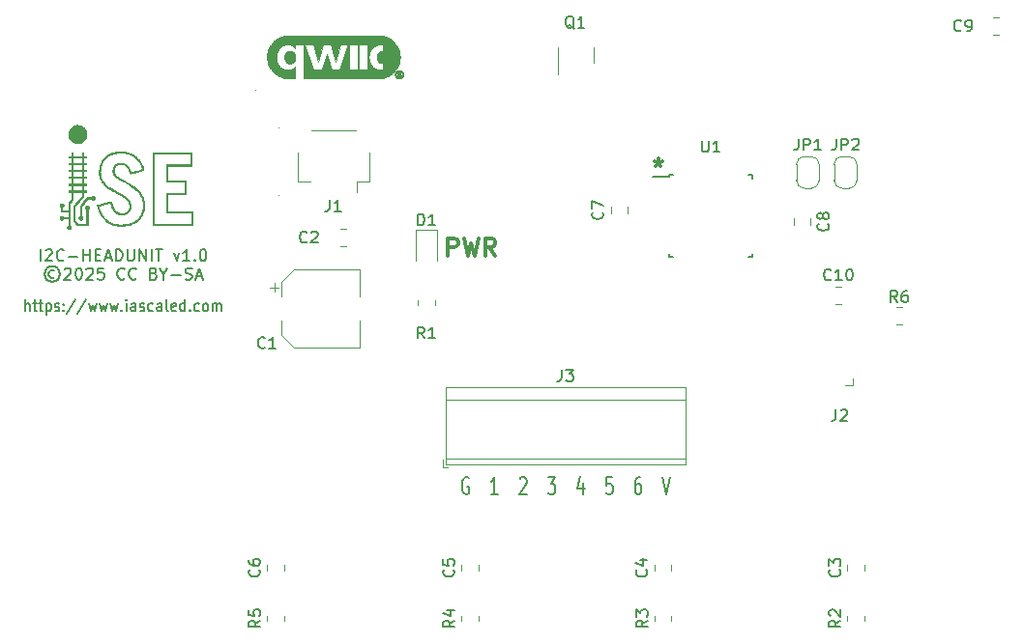
<source format=gto>
G04 #@! TF.GenerationSoftware,KiCad,Pcbnew,6.0.11-2627ca5db0~126~ubuntu22.04.1*
G04 #@! TF.CreationDate,2025-05-14T16:21:12-06:00*
G04 #@! TF.ProjectId,i2c-headunit,6932632d-6865-4616-9475-6e69742e6b69,rev?*
G04 #@! TF.SameCoordinates,Original*
G04 #@! TF.FileFunction,Legend,Top*
G04 #@! TF.FilePolarity,Positive*
%FSLAX46Y46*%
G04 Gerber Fmt 4.6, Leading zero omitted, Abs format (unit mm)*
G04 Created by KiCad (PCBNEW 6.0.11-2627ca5db0~126~ubuntu22.04.1) date 2025-05-14 16:21:12*
%MOMM*%
%LPD*%
G01*
G04 APERTURE LIST*
%ADD10C,0.000000*%
%ADD11C,0.022048*%
%ADD12C,0.020000*%
%ADD13C,0.152400*%
%ADD14C,0.304800*%
%ADD15C,0.300000*%
%ADD16C,0.150000*%
%ADD17C,0.120000*%
G04 APERTURE END LIST*
D10*
G36*
X68908602Y-70387733D02*
G01*
X68908602Y-71629511D01*
X66834268Y-71629511D01*
X66834268Y-72878344D01*
X68414713Y-72878344D01*
X68414713Y-74113066D01*
X66834268Y-74113066D01*
X66834268Y-75573566D01*
X68993269Y-75573566D01*
X68993269Y-76808288D01*
X65458435Y-76808288D01*
X65458435Y-76624844D01*
X65641879Y-76624844D01*
X68809824Y-76624844D01*
X68809824Y-75757011D01*
X66650823Y-75757011D01*
X66650823Y-73929622D01*
X68231268Y-73929622D01*
X68231268Y-73061789D01*
X66650823Y-73061789D01*
X66650823Y-71439011D01*
X68725157Y-71439011D01*
X68725157Y-70571178D01*
X65641879Y-70571178D01*
X65641879Y-76624844D01*
X65458435Y-76624844D01*
X65458435Y-70387733D01*
X68908602Y-70387733D01*
G37*
D11*
X74448410Y-64868581D02*
X74448410Y-64868581D01*
D10*
G36*
X58917230Y-67983024D02*
G01*
X58959828Y-67984371D01*
X58999515Y-67986529D01*
X59033514Y-67989448D01*
X59047512Y-67991177D01*
X59059046Y-67993078D01*
X59089794Y-67999459D01*
X59120116Y-68006957D01*
X59149999Y-68015563D01*
X59179432Y-68025269D01*
X59208402Y-68036066D01*
X59236896Y-68047946D01*
X59264903Y-68060901D01*
X59292409Y-68074922D01*
X59319403Y-68090002D01*
X59345871Y-68106132D01*
X59371803Y-68123304D01*
X59397184Y-68141509D01*
X59422003Y-68160740D01*
X59446248Y-68180987D01*
X59469905Y-68202243D01*
X59492963Y-68224500D01*
X59512798Y-68244980D01*
X59531822Y-68265936D01*
X59550034Y-68287366D01*
X59567432Y-68309266D01*
X59584016Y-68331633D01*
X59599784Y-68354464D01*
X59614736Y-68377756D01*
X59628871Y-68401506D01*
X59642187Y-68425711D01*
X59654683Y-68450367D01*
X59666358Y-68475472D01*
X59677212Y-68501023D01*
X59687244Y-68527015D01*
X59696451Y-68553447D01*
X59704834Y-68580315D01*
X59712391Y-68607616D01*
X59718882Y-68635018D01*
X59724336Y-68663419D01*
X59728756Y-68692675D01*
X59732146Y-68722644D01*
X59734512Y-68753184D01*
X59735856Y-68784151D01*
X59736183Y-68815404D01*
X59735498Y-68846800D01*
X59733803Y-68878195D01*
X59731105Y-68909448D01*
X59727405Y-68940416D01*
X59722709Y-68970956D01*
X59717022Y-69000925D01*
X59710346Y-69030181D01*
X59702686Y-69058581D01*
X59694046Y-69085983D01*
X59685552Y-69109924D01*
X59676463Y-69133345D01*
X59666761Y-69156272D01*
X59656431Y-69178731D01*
X59645457Y-69200747D01*
X59633821Y-69222347D01*
X59621506Y-69243556D01*
X59608498Y-69264400D01*
X59594778Y-69284906D01*
X59580331Y-69305098D01*
X59565139Y-69325003D01*
X59549187Y-69344646D01*
X59532458Y-69364054D01*
X59514935Y-69383252D01*
X59496601Y-69402266D01*
X59477441Y-69421122D01*
X59449444Y-69447068D01*
X59420746Y-69471463D01*
X59391341Y-69494310D01*
X59361223Y-69515611D01*
X59330385Y-69535371D01*
X59298822Y-69553591D01*
X59266528Y-69570276D01*
X59233495Y-69585428D01*
X59199718Y-69599051D01*
X59165191Y-69611147D01*
X59129908Y-69621719D01*
X59093861Y-69630771D01*
X59057046Y-69638306D01*
X59019455Y-69644327D01*
X58981084Y-69648837D01*
X58941924Y-69651839D01*
X58898199Y-69653167D01*
X58854656Y-69652143D01*
X58811377Y-69648798D01*
X58768446Y-69643162D01*
X58725944Y-69635265D01*
X58683955Y-69625136D01*
X58642562Y-69612806D01*
X58601846Y-69598305D01*
X58561892Y-69581662D01*
X58522780Y-69562907D01*
X58484595Y-69542071D01*
X58447418Y-69519183D01*
X58411333Y-69494274D01*
X58376422Y-69467373D01*
X58342767Y-69438511D01*
X58310452Y-69407716D01*
X58281060Y-69377071D01*
X58253483Y-69345479D01*
X58227730Y-69312969D01*
X58203814Y-69279570D01*
X58181746Y-69245311D01*
X58161537Y-69210221D01*
X58143199Y-69174330D01*
X58126743Y-69137665D01*
X58112180Y-69100256D01*
X58099523Y-69062132D01*
X58088781Y-69023322D01*
X58079967Y-68983854D01*
X58073092Y-68943758D01*
X58068167Y-68903062D01*
X58065203Y-68861796D01*
X58064213Y-68819988D01*
X58064969Y-68783515D01*
X58067221Y-68747406D01*
X58070940Y-68711696D01*
X58076101Y-68676419D01*
X58082678Y-68641609D01*
X58090644Y-68607301D01*
X58099972Y-68573528D01*
X58110637Y-68540324D01*
X58122610Y-68507724D01*
X58135867Y-68475762D01*
X58150380Y-68444471D01*
X58166123Y-68413887D01*
X58183070Y-68384042D01*
X58201194Y-68354971D01*
X58220468Y-68326709D01*
X58240867Y-68299289D01*
X58262363Y-68272745D01*
X58284930Y-68247112D01*
X58308542Y-68222424D01*
X58333172Y-68198714D01*
X58358793Y-68176017D01*
X58385380Y-68154368D01*
X58412906Y-68133799D01*
X58441344Y-68114345D01*
X58470667Y-68096041D01*
X58500850Y-68078920D01*
X58531865Y-68063017D01*
X58563687Y-68048365D01*
X58596289Y-68034999D01*
X58629644Y-68022952D01*
X58663725Y-68012260D01*
X58698508Y-68002956D01*
X58721107Y-67997642D01*
X58742781Y-67992725D01*
X58752485Y-67990622D01*
X58761015Y-67988867D01*
X58768057Y-67987541D01*
X58773296Y-67986728D01*
X58785327Y-67985404D01*
X58799755Y-67984338D01*
X58834415Y-67982957D01*
X58874500Y-67982536D01*
X58917230Y-67983024D01*
G37*
D11*
X76454000Y-68199000D02*
X76454000Y-68199000D01*
X76454000Y-74093987D02*
X76454000Y-74093987D01*
D10*
G36*
X58064213Y-73322844D02*
G01*
X58064213Y-73097066D01*
X58318213Y-73097066D01*
X58515769Y-73097066D01*
X59284824Y-73097066D01*
X59284824Y-72723122D01*
X58515769Y-72723122D01*
X58515769Y-73097066D01*
X58318213Y-73097066D01*
X58318213Y-72723122D01*
X58064213Y-72723122D01*
X58064213Y-72497344D01*
X58318213Y-72497344D01*
X58515769Y-72497344D01*
X59284824Y-72497344D01*
X59284824Y-72123400D01*
X58515769Y-72123400D01*
X58515769Y-72497344D01*
X58318213Y-72497344D01*
X58318213Y-72123400D01*
X58064213Y-72123400D01*
X58064213Y-71904677D01*
X58318213Y-71904677D01*
X58515769Y-71904677D01*
X59284824Y-71904677D01*
X59284824Y-71530733D01*
X58515769Y-71530733D01*
X58515769Y-71904677D01*
X58318213Y-71904677D01*
X58318213Y-71530733D01*
X58064213Y-71530733D01*
X58064213Y-71304955D01*
X58318213Y-71304955D01*
X58515769Y-71304955D01*
X59284824Y-71304955D01*
X59284824Y-70931011D01*
X58515769Y-70931011D01*
X58515769Y-71304955D01*
X58318213Y-71304955D01*
X58318213Y-70931011D01*
X58064213Y-70931011D01*
X58064213Y-70712289D01*
X58318213Y-70712289D01*
X58318213Y-70359511D01*
X58515769Y-70359511D01*
X58515769Y-70712289D01*
X59284824Y-70712289D01*
X59284824Y-70359511D01*
X59482380Y-70359511D01*
X59482380Y-70712289D01*
X59736380Y-70712289D01*
X59736380Y-70931011D01*
X59482380Y-70931011D01*
X59482380Y-71304955D01*
X59736380Y-71304955D01*
X59736380Y-71530733D01*
X59482380Y-71530733D01*
X59482380Y-71904677D01*
X59736380Y-71904677D01*
X59736380Y-72123400D01*
X59482380Y-72123400D01*
X59482380Y-72497344D01*
X59736380Y-72497344D01*
X59736380Y-72723122D01*
X59482380Y-72723122D01*
X59482380Y-73097066D01*
X59736380Y-73097066D01*
X59736380Y-73322844D01*
X59482380Y-73322844D01*
X59482380Y-73689733D01*
X59736380Y-73689733D01*
X59736380Y-73922567D01*
X59482380Y-73922567D01*
X59482380Y-74251355D01*
X59090796Y-74745949D01*
X58699213Y-75241249D01*
X58699213Y-76353205D01*
X58970852Y-76624844D01*
X59637602Y-76624844D01*
X59637602Y-76039938D01*
X59637574Y-75849671D01*
X59637509Y-75772338D01*
X59637381Y-75705781D01*
X59637288Y-75676288D01*
X59637171Y-75649183D01*
X59637029Y-75624363D01*
X59636858Y-75601726D01*
X59636656Y-75581171D01*
X59636420Y-75562594D01*
X59636149Y-75545894D01*
X59635838Y-75530968D01*
X59635486Y-75517715D01*
X59635090Y-75506031D01*
X59634648Y-75495816D01*
X59634409Y-75491226D01*
X59634157Y-75486966D01*
X59633892Y-75483021D01*
X59633614Y-75479380D01*
X59633322Y-75476028D01*
X59633016Y-75472955D01*
X59632697Y-75470146D01*
X59632362Y-75467589D01*
X59632013Y-75465271D01*
X59631649Y-75463180D01*
X59631269Y-75461302D01*
X59630873Y-75459625D01*
X59630461Y-75458137D01*
X59630033Y-75456824D01*
X59629588Y-75455673D01*
X59629126Y-75454672D01*
X59628646Y-75453809D01*
X59628149Y-75453069D01*
X59627633Y-75452441D01*
X59627099Y-75451912D01*
X59626546Y-75451469D01*
X59625975Y-75451098D01*
X59625384Y-75450789D01*
X59624773Y-75450527D01*
X59623491Y-75450094D01*
X59621161Y-75449202D01*
X59618679Y-75447990D01*
X59613304Y-75444669D01*
X59607467Y-75440254D01*
X59601266Y-75434869D01*
X59594800Y-75428637D01*
X59588169Y-75421680D01*
X59581472Y-75414122D01*
X59574808Y-75406085D01*
X59568276Y-75397692D01*
X59561975Y-75389067D01*
X59556006Y-75380333D01*
X59550466Y-75371612D01*
X59545455Y-75363027D01*
X59541073Y-75354702D01*
X59537419Y-75346759D01*
X59534591Y-75339322D01*
X59531564Y-75329172D01*
X59529092Y-75318609D01*
X59527171Y-75307701D01*
X59525793Y-75296515D01*
X59524953Y-75285118D01*
X59524644Y-75273577D01*
X59524860Y-75261960D01*
X59525595Y-75250334D01*
X59526842Y-75238765D01*
X59528596Y-75227322D01*
X59530850Y-75216071D01*
X59533599Y-75205079D01*
X59536835Y-75194414D01*
X59540552Y-75184142D01*
X59544745Y-75174332D01*
X59549407Y-75165050D01*
X59553936Y-75156966D01*
X59558548Y-75149360D01*
X59563278Y-75142200D01*
X59568160Y-75135449D01*
X59573228Y-75129075D01*
X59578516Y-75123043D01*
X59584058Y-75117318D01*
X59589889Y-75111868D01*
X59596042Y-75106657D01*
X59602551Y-75101653D01*
X59609452Y-75096819D01*
X59616777Y-75092123D01*
X59624561Y-75087531D01*
X59632838Y-75083008D01*
X59641642Y-75078520D01*
X59651007Y-75074033D01*
X59662335Y-75069057D01*
X59667496Y-75066987D01*
X59672439Y-75065180D01*
X59677249Y-75063626D01*
X59682013Y-75062312D01*
X59686819Y-75061228D01*
X59691753Y-75060363D01*
X59696902Y-75059703D01*
X59702353Y-75059239D01*
X59708193Y-75058960D01*
X59714508Y-75058852D01*
X59721385Y-75058906D01*
X59728911Y-75059110D01*
X59746257Y-75059921D01*
X59758314Y-75060719D01*
X59769651Y-75061804D01*
X59780327Y-75063199D01*
X59790399Y-75064926D01*
X59799925Y-75067010D01*
X59808964Y-75069471D01*
X59817572Y-75072334D01*
X59825809Y-75075620D01*
X59833731Y-75079353D01*
X59841397Y-75083555D01*
X59848865Y-75088249D01*
X59856192Y-75093458D01*
X59863436Y-75099204D01*
X59870656Y-75105510D01*
X59877908Y-75112399D01*
X59885252Y-75119894D01*
X59893118Y-75128386D01*
X59900328Y-75136704D01*
X59906900Y-75144905D01*
X59912857Y-75153044D01*
X59918218Y-75161179D01*
X59923005Y-75169367D01*
X59927237Y-75177664D01*
X59930937Y-75186128D01*
X59934123Y-75194815D01*
X59936818Y-75203782D01*
X59939042Y-75213086D01*
X59940814Y-75222784D01*
X59942157Y-75232932D01*
X59943091Y-75243588D01*
X59943636Y-75254808D01*
X59943813Y-75266649D01*
X59943663Y-75280162D01*
X59942945Y-75293189D01*
X59941652Y-75305743D01*
X59939778Y-75317835D01*
X59937317Y-75329477D01*
X59934263Y-75340679D01*
X59930610Y-75351454D01*
X59926350Y-75361812D01*
X59921479Y-75371764D01*
X59918813Y-75376592D01*
X59915990Y-75381323D01*
X59913012Y-75385959D01*
X59909877Y-75390500D01*
X59903133Y-75399305D01*
X59895753Y-75407751D01*
X59887730Y-75415849D01*
X59879057Y-75423609D01*
X59869730Y-75431044D01*
X59835863Y-75457150D01*
X59835863Y-76139421D01*
X59835157Y-76822399D01*
X58886185Y-76822399D01*
X58694274Y-76630489D01*
X58501658Y-76437872D01*
X58501658Y-75165050D01*
X58893241Y-74669750D01*
X59284824Y-74175155D01*
X59284824Y-73922567D01*
X58515769Y-73922567D01*
X58515769Y-74245005D01*
X58515063Y-74568149D01*
X58388769Y-74726899D01*
X58262474Y-74885649D01*
X58261769Y-75831094D01*
X58261769Y-76776538D01*
X58297046Y-76806878D01*
X58306591Y-76815350D01*
X58315392Y-76823859D01*
X58323468Y-76832440D01*
X58330836Y-76841130D01*
X58337513Y-76849964D01*
X58343518Y-76858979D01*
X58348867Y-76868212D01*
X58353579Y-76877697D01*
X58357671Y-76887472D01*
X58361160Y-76897573D01*
X58364064Y-76908035D01*
X58366400Y-76918895D01*
X58368187Y-76930189D01*
X58369442Y-76941954D01*
X58370182Y-76954225D01*
X58370424Y-76967038D01*
X58370503Y-76983577D01*
X58370379Y-76990873D01*
X58370127Y-76997620D01*
X58369729Y-77003896D01*
X58369172Y-77009777D01*
X58368438Y-77015340D01*
X58367514Y-77020661D01*
X58366383Y-77025816D01*
X58365029Y-77030883D01*
X58363438Y-77035937D01*
X58361594Y-77041055D01*
X58359481Y-77046314D01*
X58357083Y-77051790D01*
X58354386Y-77057559D01*
X58351374Y-77063699D01*
X58344050Y-77077431D01*
X58336103Y-77090314D01*
X58327540Y-77102342D01*
X58318367Y-77113507D01*
X58308591Y-77123804D01*
X58298218Y-77133227D01*
X58287253Y-77141769D01*
X58275703Y-77149424D01*
X58263575Y-77156187D01*
X58250874Y-77162050D01*
X58237607Y-77167008D01*
X58223779Y-77171054D01*
X58209397Y-77174183D01*
X58194468Y-77176387D01*
X58178997Y-77177661D01*
X58162991Y-77177999D01*
X58150403Y-77177766D01*
X58138285Y-77177057D01*
X58126615Y-77175860D01*
X58115366Y-77174163D01*
X58104514Y-77171953D01*
X58094034Y-77169218D01*
X58083901Y-77165946D01*
X58074091Y-77162124D01*
X58064578Y-77157740D01*
X58055339Y-77152781D01*
X58046347Y-77147235D01*
X58037578Y-77141090D01*
X58029008Y-77134333D01*
X58020612Y-77126951D01*
X58012364Y-77118933D01*
X58004241Y-77110266D01*
X57996872Y-77101678D01*
X57990105Y-77093088D01*
X57983929Y-77084460D01*
X57978334Y-77075760D01*
X57973309Y-77066953D01*
X57968845Y-77058003D01*
X57964930Y-77048875D01*
X57961555Y-77039534D01*
X57958709Y-77029946D01*
X57956382Y-77020074D01*
X57954563Y-77009883D01*
X57953243Y-76999340D01*
X57952410Y-76988407D01*
X57952055Y-76977051D01*
X57952167Y-76965236D01*
X57952735Y-76952927D01*
X57953793Y-76941038D01*
X57955377Y-76929451D01*
X57957484Y-76918170D01*
X57960111Y-76907199D01*
X57963254Y-76896541D01*
X57966911Y-76886203D01*
X57971079Y-76876186D01*
X57975754Y-76866497D01*
X57980934Y-76857138D01*
X57986614Y-76848114D01*
X57992793Y-76839428D01*
X57999467Y-76831087D01*
X58006633Y-76823092D01*
X58014288Y-76815449D01*
X58022429Y-76808161D01*
X58031052Y-76801233D01*
X58064213Y-76776538D01*
X58064213Y-76265010D01*
X57700852Y-76265010D01*
X57669808Y-76300994D01*
X57660103Y-76311617D01*
X57649932Y-76321399D01*
X57639333Y-76330344D01*
X57628344Y-76338459D01*
X57617003Y-76345748D01*
X57605348Y-76352217D01*
X57593417Y-76357872D01*
X57581249Y-76362719D01*
X57568882Y-76366763D01*
X57556353Y-76370009D01*
X57543701Y-76372463D01*
X57530963Y-76374131D01*
X57518179Y-76375018D01*
X57505386Y-76375129D01*
X57492622Y-76374471D01*
X57479925Y-76373049D01*
X57467334Y-76370868D01*
X57454886Y-76367934D01*
X57442620Y-76364253D01*
X57430573Y-76359829D01*
X57418785Y-76354670D01*
X57407292Y-76348779D01*
X57396134Y-76342163D01*
X57385347Y-76334828D01*
X57374972Y-76326778D01*
X57365044Y-76318020D01*
X57355603Y-76308558D01*
X57346687Y-76298399D01*
X57338333Y-76287548D01*
X57330580Y-76276011D01*
X57323467Y-76263793D01*
X57317030Y-76250900D01*
X57313691Y-76243301D01*
X57310685Y-76235594D01*
X57308009Y-76227789D01*
X57305661Y-76219899D01*
X57303639Y-76211935D01*
X57301939Y-76203907D01*
X57300561Y-76195828D01*
X57299501Y-76187708D01*
X57298328Y-76171394D01*
X57298402Y-76155054D01*
X57299703Y-76138781D01*
X57302213Y-76122665D01*
X57305914Y-76106797D01*
X57310787Y-76091268D01*
X57316814Y-76076169D01*
X57323975Y-76061590D01*
X57327976Y-76054525D01*
X57332253Y-76047624D01*
X57336804Y-76040899D01*
X57341628Y-76034360D01*
X57346721Y-76028020D01*
X57352082Y-76021890D01*
X57357708Y-76015982D01*
X57363597Y-76010305D01*
X57371956Y-76002935D01*
X57380134Y-75996161D01*
X57388183Y-75989965D01*
X57396151Y-75984332D01*
X57404091Y-75979244D01*
X57412052Y-75974685D01*
X57420086Y-75970639D01*
X57428243Y-75967090D01*
X57436573Y-75964019D01*
X57445128Y-75961412D01*
X57453958Y-75959251D01*
X57463113Y-75957521D01*
X57472644Y-75956203D01*
X57482603Y-75955283D01*
X57493038Y-75954742D01*
X57504002Y-75954566D01*
X57517242Y-75954752D01*
X57529751Y-75955330D01*
X57541592Y-75956324D01*
X57552829Y-75957763D01*
X57563524Y-75959673D01*
X57573740Y-75962082D01*
X57583542Y-75965015D01*
X57592990Y-75968501D01*
X57602150Y-75972565D01*
X57611083Y-75977235D01*
X57619852Y-75982537D01*
X57628522Y-75988499D01*
X57637154Y-75995147D01*
X57645812Y-76002508D01*
X57654559Y-76010609D01*
X57663458Y-76019477D01*
X57704380Y-76060399D01*
X58064213Y-76060399D01*
X58064213Y-75658233D01*
X57408047Y-75658233D01*
X57408047Y-75252539D01*
X57372063Y-75221494D01*
X57360737Y-75211156D01*
X57350315Y-75200272D01*
X57340806Y-75188876D01*
X57332221Y-75177000D01*
X57324571Y-75164677D01*
X57317865Y-75151942D01*
X57312114Y-75138825D01*
X57307328Y-75125362D01*
X57303519Y-75111584D01*
X57300695Y-75097526D01*
X57298867Y-75083219D01*
X57298046Y-75068697D01*
X57298242Y-75053993D01*
X57299465Y-75039141D01*
X57301726Y-75024173D01*
X57305035Y-75009122D01*
X57310395Y-74990945D01*
X57316925Y-74973738D01*
X57320617Y-74965507D01*
X57324588Y-74957530D01*
X57328832Y-74949809D01*
X57333346Y-74942348D01*
X57338124Y-74935150D01*
X57343162Y-74928220D01*
X57348456Y-74921560D01*
X57354000Y-74915174D01*
X57359790Y-74909066D01*
X57365821Y-74903238D01*
X57372089Y-74897696D01*
X57378590Y-74892441D01*
X57385317Y-74887477D01*
X57392267Y-74882809D01*
X57399436Y-74878439D01*
X57406817Y-74874370D01*
X57414408Y-74870608D01*
X57422202Y-74867154D01*
X57430197Y-74864012D01*
X57438385Y-74861187D01*
X57446764Y-74858680D01*
X57455329Y-74856497D01*
X57472996Y-74853113D01*
X57491350Y-74851062D01*
X57510352Y-74850372D01*
X57518250Y-74850566D01*
X57526064Y-74851013D01*
X57533792Y-74851713D01*
X57541430Y-74852661D01*
X57548972Y-74853855D01*
X57556414Y-74855294D01*
X57563754Y-74856974D01*
X57570986Y-74858894D01*
X57578106Y-74861050D01*
X57585111Y-74863440D01*
X57591995Y-74866062D01*
X57598756Y-74868913D01*
X57605388Y-74871992D01*
X57611889Y-74875294D01*
X57618252Y-74878819D01*
X57624476Y-74882563D01*
X57630554Y-74886524D01*
X57636484Y-74890700D01*
X57642261Y-74895087D01*
X57647880Y-74899685D01*
X57653339Y-74904490D01*
X57658632Y-74909499D01*
X57663755Y-74914711D01*
X57668705Y-74920123D01*
X57673477Y-74925732D01*
X57678068Y-74931536D01*
X57682472Y-74937532D01*
X57686686Y-74943719D01*
X57690706Y-74950093D01*
X57694527Y-74956652D01*
X57698146Y-74963394D01*
X57701558Y-74970316D01*
X57705179Y-74978744D01*
X57708369Y-74987834D01*
X57711128Y-74997502D01*
X57713453Y-75007667D01*
X57715344Y-75018244D01*
X57716800Y-75029153D01*
X57717820Y-75040309D01*
X57718403Y-75051631D01*
X57718547Y-75063036D01*
X57718253Y-75074441D01*
X57717518Y-75085763D01*
X57716341Y-75096919D01*
X57714723Y-75107828D01*
X57712660Y-75118406D01*
X57710154Y-75128570D01*
X57707202Y-75138239D01*
X57704562Y-75145100D01*
X57701199Y-75152383D01*
X57697200Y-75159980D01*
X57692650Y-75167784D01*
X57687637Y-75175687D01*
X57682249Y-75183581D01*
X57676570Y-75191360D01*
X57670690Y-75198916D01*
X57664693Y-75206141D01*
X57658668Y-75212928D01*
X57652700Y-75219169D01*
X57646877Y-75224757D01*
X57641286Y-75229584D01*
X57636013Y-75233543D01*
X57633523Y-75235164D01*
X57631145Y-75236527D01*
X57628890Y-75237619D01*
X57626769Y-75238427D01*
X57624401Y-75239277D01*
X57622314Y-75240328D01*
X57620489Y-75241715D01*
X57618908Y-75243576D01*
X57617556Y-75246043D01*
X57616413Y-75249254D01*
X57615462Y-75253344D01*
X57614686Y-75258447D01*
X57614067Y-75264700D01*
X57613588Y-75272237D01*
X57612977Y-75291708D01*
X57612714Y-75317941D01*
X57612658Y-75352022D01*
X57612658Y-75460678D01*
X58064213Y-75460678D01*
X58064213Y-74810155D01*
X58191213Y-74650700D01*
X58318213Y-74490538D01*
X58318213Y-73922567D01*
X58064213Y-73922567D01*
X58064213Y-73689733D01*
X58318213Y-73689733D01*
X58515769Y-73689733D01*
X59284824Y-73689733D01*
X59284824Y-73322844D01*
X58515769Y-73322844D01*
X58515769Y-73689733D01*
X58318213Y-73689733D01*
X58318213Y-73322844D01*
X58064213Y-73322844D01*
G37*
D12*
G36*
X77485625Y-61499390D02*
G01*
X77510836Y-61501275D01*
X77535491Y-61504392D01*
X77559573Y-61508722D01*
X77583063Y-61514244D01*
X77605942Y-61520940D01*
X77628193Y-61528788D01*
X77649796Y-61537769D01*
X77670734Y-61547863D01*
X77690987Y-61559051D01*
X77710538Y-61571312D01*
X77729369Y-61584626D01*
X77747460Y-61598974D01*
X77764794Y-61614336D01*
X77781351Y-61630691D01*
X77797114Y-61648021D01*
X77812065Y-61666304D01*
X77826184Y-61685522D01*
X77839453Y-61705654D01*
X77851855Y-61726680D01*
X77863370Y-61748581D01*
X77873980Y-61771337D01*
X77883667Y-61794927D01*
X77892413Y-61819333D01*
X77900198Y-61844533D01*
X77907006Y-61870509D01*
X77912816Y-61897240D01*
X77917611Y-61924706D01*
X77921373Y-61952888D01*
X77924082Y-61981766D01*
X77925722Y-62011319D01*
X77926272Y-62041528D01*
X77925722Y-62071384D01*
X77924082Y-62100629D01*
X77921373Y-62129240D01*
X77917611Y-62157197D01*
X77912816Y-62184475D01*
X77907006Y-62211055D01*
X77900198Y-62236912D01*
X77892413Y-62262027D01*
X77883667Y-62286375D01*
X77873980Y-62309936D01*
X77863370Y-62332686D01*
X77851855Y-62354605D01*
X77839453Y-62375670D01*
X77826184Y-62395859D01*
X77812065Y-62415149D01*
X77797114Y-62433519D01*
X77781351Y-62450947D01*
X77764794Y-62467411D01*
X77747460Y-62482888D01*
X77729369Y-62497357D01*
X77710538Y-62510795D01*
X77690987Y-62523180D01*
X77670734Y-62534490D01*
X77649796Y-62544704D01*
X77628193Y-62553798D01*
X77605942Y-62561752D01*
X77583063Y-62568543D01*
X77559573Y-62574148D01*
X77535491Y-62578546D01*
X77510836Y-62581715D01*
X77485625Y-62583633D01*
X77459878Y-62584277D01*
X77433766Y-62583633D01*
X77408213Y-62581715D01*
X77383238Y-62578546D01*
X77358858Y-62574148D01*
X77335090Y-62568543D01*
X77311953Y-62561752D01*
X77289463Y-62553798D01*
X77267640Y-62544704D01*
X77246499Y-62534490D01*
X77226059Y-62523180D01*
X77206338Y-62510795D01*
X77187354Y-62497357D01*
X77169123Y-62482888D01*
X77151663Y-62467411D01*
X77134993Y-62450947D01*
X77119130Y-62433519D01*
X77104091Y-62415149D01*
X77089895Y-62395859D01*
X77076558Y-62375670D01*
X77064099Y-62354605D01*
X77052536Y-62332686D01*
X77041885Y-62309936D01*
X77032164Y-62286375D01*
X77023392Y-62262027D01*
X77015586Y-62236912D01*
X77008763Y-62211055D01*
X77002942Y-62184475D01*
X76998139Y-62157197D01*
X76994373Y-62129240D01*
X76991661Y-62100629D01*
X76990021Y-62071384D01*
X76989470Y-62041528D01*
X76990021Y-62011672D01*
X76991661Y-61982427D01*
X76994373Y-61953815D01*
X76998139Y-61925858D01*
X77002942Y-61898579D01*
X77008763Y-61871999D01*
X77015586Y-61846141D01*
X77023392Y-61821026D01*
X77032164Y-61796677D01*
X77041885Y-61773115D01*
X77052536Y-61750364D01*
X77064099Y-61728444D01*
X77076558Y-61707378D01*
X77089895Y-61687188D01*
X77104091Y-61667897D01*
X77119130Y-61649525D01*
X77134993Y-61632096D01*
X77151663Y-61615632D01*
X77169123Y-61600154D01*
X77187354Y-61585684D01*
X77206338Y-61572245D01*
X77226059Y-61559859D01*
X77246499Y-61548548D01*
X77267640Y-61538333D01*
X77289463Y-61529238D01*
X77311953Y-61521284D01*
X77335090Y-61514492D01*
X77358858Y-61508887D01*
X77383238Y-61504488D01*
X77408213Y-61501319D01*
X77433766Y-61499401D01*
X77459878Y-61498757D01*
X77485625Y-61499390D01*
G37*
X77485625Y-61499390D02*
X77510836Y-61501275D01*
X77535491Y-61504392D01*
X77559573Y-61508722D01*
X77583063Y-61514244D01*
X77605942Y-61520940D01*
X77628193Y-61528788D01*
X77649796Y-61537769D01*
X77670734Y-61547863D01*
X77690987Y-61559051D01*
X77710538Y-61571312D01*
X77729369Y-61584626D01*
X77747460Y-61598974D01*
X77764794Y-61614336D01*
X77781351Y-61630691D01*
X77797114Y-61648021D01*
X77812065Y-61666304D01*
X77826184Y-61685522D01*
X77839453Y-61705654D01*
X77851855Y-61726680D01*
X77863370Y-61748581D01*
X77873980Y-61771337D01*
X77883667Y-61794927D01*
X77892413Y-61819333D01*
X77900198Y-61844533D01*
X77907006Y-61870509D01*
X77912816Y-61897240D01*
X77917611Y-61924706D01*
X77921373Y-61952888D01*
X77924082Y-61981766D01*
X77925722Y-62011319D01*
X77926272Y-62041528D01*
X77925722Y-62071384D01*
X77924082Y-62100629D01*
X77921373Y-62129240D01*
X77917611Y-62157197D01*
X77912816Y-62184475D01*
X77907006Y-62211055D01*
X77900198Y-62236912D01*
X77892413Y-62262027D01*
X77883667Y-62286375D01*
X77873980Y-62309936D01*
X77863370Y-62332686D01*
X77851855Y-62354605D01*
X77839453Y-62375670D01*
X77826184Y-62395859D01*
X77812065Y-62415149D01*
X77797114Y-62433519D01*
X77781351Y-62450947D01*
X77764794Y-62467411D01*
X77747460Y-62482888D01*
X77729369Y-62497357D01*
X77710538Y-62510795D01*
X77690987Y-62523180D01*
X77670734Y-62534490D01*
X77649796Y-62544704D01*
X77628193Y-62553798D01*
X77605942Y-62561752D01*
X77583063Y-62568543D01*
X77559573Y-62574148D01*
X77535491Y-62578546D01*
X77510836Y-62581715D01*
X77485625Y-62583633D01*
X77459878Y-62584277D01*
X77433766Y-62583633D01*
X77408213Y-62581715D01*
X77383238Y-62578546D01*
X77358858Y-62574148D01*
X77335090Y-62568543D01*
X77311953Y-62561752D01*
X77289463Y-62553798D01*
X77267640Y-62544704D01*
X77246499Y-62534490D01*
X77226059Y-62523180D01*
X77206338Y-62510795D01*
X77187354Y-62497357D01*
X77169123Y-62482888D01*
X77151663Y-62467411D01*
X77134993Y-62450947D01*
X77119130Y-62433519D01*
X77104091Y-62415149D01*
X77089895Y-62395859D01*
X77076558Y-62375670D01*
X77064099Y-62354605D01*
X77052536Y-62332686D01*
X77041885Y-62309936D01*
X77032164Y-62286375D01*
X77023392Y-62262027D01*
X77015586Y-62236912D01*
X77008763Y-62211055D01*
X77002942Y-62184475D01*
X76998139Y-62157197D01*
X76994373Y-62129240D01*
X76991661Y-62100629D01*
X76990021Y-62071384D01*
X76989470Y-62041528D01*
X76990021Y-62011672D01*
X76991661Y-61982427D01*
X76994373Y-61953815D01*
X76998139Y-61925858D01*
X77002942Y-61898579D01*
X77008763Y-61871999D01*
X77015586Y-61846141D01*
X77023392Y-61821026D01*
X77032164Y-61796677D01*
X77041885Y-61773115D01*
X77052536Y-61750364D01*
X77064099Y-61728444D01*
X77076558Y-61707378D01*
X77089895Y-61687188D01*
X77104091Y-61667897D01*
X77119130Y-61649525D01*
X77134993Y-61632096D01*
X77151663Y-61615632D01*
X77169123Y-61600154D01*
X77187354Y-61585684D01*
X77206338Y-61572245D01*
X77226059Y-61559859D01*
X77246499Y-61548548D01*
X77267640Y-61538333D01*
X77289463Y-61529238D01*
X77311953Y-61521284D01*
X77335090Y-61514492D01*
X77358858Y-61508887D01*
X77383238Y-61504488D01*
X77408213Y-61501319D01*
X77433766Y-61499401D01*
X77459878Y-61498757D01*
X77485625Y-61499390D01*
G36*
X87022632Y-63347270D02*
G01*
X87039168Y-63347774D01*
X87054748Y-63349275D01*
X87069359Y-63351755D01*
X87076295Y-63353358D01*
X87082983Y-63355199D01*
X87089421Y-63357276D01*
X87095606Y-63359588D01*
X87101537Y-63362131D01*
X87107213Y-63364905D01*
X87112630Y-63367906D01*
X87117787Y-63371133D01*
X87122682Y-63374584D01*
X87127314Y-63378256D01*
X87131680Y-63382148D01*
X87135778Y-63386257D01*
X87139606Y-63390580D01*
X87143163Y-63395117D01*
X87146447Y-63399864D01*
X87149455Y-63404820D01*
X87152185Y-63409983D01*
X87154637Y-63415349D01*
X87156807Y-63420918D01*
X87158694Y-63426687D01*
X87160297Y-63432655D01*
X87161612Y-63438817D01*
X87162638Y-63445174D01*
X87163374Y-63451722D01*
X87163816Y-63458459D01*
X87163964Y-63465384D01*
X87163693Y-63475285D01*
X87162885Y-63484810D01*
X87161546Y-63493956D01*
X87159681Y-63502716D01*
X87157297Y-63511086D01*
X87154401Y-63519063D01*
X87150998Y-63526641D01*
X87147094Y-63533815D01*
X87142696Y-63540581D01*
X87137810Y-63546935D01*
X87132442Y-63552872D01*
X87126599Y-63558387D01*
X87120285Y-63563475D01*
X87113508Y-63568132D01*
X87106275Y-63572353D01*
X87098589Y-63576135D01*
X87173467Y-63690038D01*
X87085912Y-63690038D01*
X87031077Y-63590907D01*
X86953024Y-63590907D01*
X86953024Y-63690038D01*
X86877089Y-63690038D01*
X86877089Y-63529722D01*
X86953024Y-63529722D01*
X87022632Y-63529722D01*
X87030531Y-63529464D01*
X87034320Y-63529143D01*
X87037999Y-63528695D01*
X87041568Y-63528121D01*
X87045024Y-63527422D01*
X87048368Y-63526599D01*
X87051597Y-63525654D01*
X87054709Y-63524586D01*
X87057705Y-63523397D01*
X87060582Y-63522088D01*
X87063339Y-63520660D01*
X87065975Y-63519114D01*
X87068488Y-63517450D01*
X87070876Y-63515671D01*
X87073140Y-63513776D01*
X87075277Y-63511766D01*
X87077285Y-63509644D01*
X87079165Y-63507408D01*
X87080913Y-63505062D01*
X87082529Y-63502605D01*
X87084012Y-63500038D01*
X87085360Y-63497363D01*
X87086572Y-63494580D01*
X87087646Y-63491691D01*
X87088582Y-63488696D01*
X87089377Y-63485596D01*
X87090031Y-63482392D01*
X87090542Y-63479086D01*
X87090908Y-63475678D01*
X87091129Y-63472169D01*
X87091203Y-63468560D01*
X87091129Y-63464953D01*
X87090908Y-63461453D01*
X87090542Y-63458059D01*
X87090031Y-63454771D01*
X87089377Y-63451591D01*
X87088582Y-63448519D01*
X87087646Y-63445555D01*
X87086572Y-63442701D01*
X87085360Y-63439956D01*
X87084012Y-63437321D01*
X87082529Y-63434797D01*
X87080913Y-63432385D01*
X87079165Y-63430085D01*
X87077285Y-63427897D01*
X87075277Y-63425822D01*
X87073140Y-63423861D01*
X87070876Y-63422015D01*
X87068488Y-63420283D01*
X87065975Y-63418667D01*
X87063339Y-63417167D01*
X87060582Y-63415784D01*
X87057705Y-63414518D01*
X87054709Y-63413369D01*
X87051597Y-63412340D01*
X87048368Y-63411429D01*
X87045024Y-63410637D01*
X87041568Y-63409966D01*
X87037999Y-63409416D01*
X87034320Y-63408987D01*
X87030531Y-63408679D01*
X87026635Y-63408495D01*
X87022632Y-63408433D01*
X86953024Y-63408433D01*
X86953024Y-63529722D01*
X86877089Y-63529722D01*
X86877089Y-63347270D01*
X87022632Y-63347270D01*
G37*
X87022632Y-63347270D02*
X87039168Y-63347774D01*
X87054748Y-63349275D01*
X87069359Y-63351755D01*
X87076295Y-63353358D01*
X87082983Y-63355199D01*
X87089421Y-63357276D01*
X87095606Y-63359588D01*
X87101537Y-63362131D01*
X87107213Y-63364905D01*
X87112630Y-63367906D01*
X87117787Y-63371133D01*
X87122682Y-63374584D01*
X87127314Y-63378256D01*
X87131680Y-63382148D01*
X87135778Y-63386257D01*
X87139606Y-63390580D01*
X87143163Y-63395117D01*
X87146447Y-63399864D01*
X87149455Y-63404820D01*
X87152185Y-63409983D01*
X87154637Y-63415349D01*
X87156807Y-63420918D01*
X87158694Y-63426687D01*
X87160297Y-63432655D01*
X87161612Y-63438817D01*
X87162638Y-63445174D01*
X87163374Y-63451722D01*
X87163816Y-63458459D01*
X87163964Y-63465384D01*
X87163693Y-63475285D01*
X87162885Y-63484810D01*
X87161546Y-63493956D01*
X87159681Y-63502716D01*
X87157297Y-63511086D01*
X87154401Y-63519063D01*
X87150998Y-63526641D01*
X87147094Y-63533815D01*
X87142696Y-63540581D01*
X87137810Y-63546935D01*
X87132442Y-63552872D01*
X87126599Y-63558387D01*
X87120285Y-63563475D01*
X87113508Y-63568132D01*
X87106275Y-63572353D01*
X87098589Y-63576135D01*
X87173467Y-63690038D01*
X87085912Y-63690038D01*
X87031077Y-63590907D01*
X86953024Y-63590907D01*
X86953024Y-63690038D01*
X86877089Y-63690038D01*
X86877089Y-63529722D01*
X86953024Y-63529722D01*
X87022632Y-63529722D01*
X87030531Y-63529464D01*
X87034320Y-63529143D01*
X87037999Y-63528695D01*
X87041568Y-63528121D01*
X87045024Y-63527422D01*
X87048368Y-63526599D01*
X87051597Y-63525654D01*
X87054709Y-63524586D01*
X87057705Y-63523397D01*
X87060582Y-63522088D01*
X87063339Y-63520660D01*
X87065975Y-63519114D01*
X87068488Y-63517450D01*
X87070876Y-63515671D01*
X87073140Y-63513776D01*
X87075277Y-63511766D01*
X87077285Y-63509644D01*
X87079165Y-63507408D01*
X87080913Y-63505062D01*
X87082529Y-63502605D01*
X87084012Y-63500038D01*
X87085360Y-63497363D01*
X87086572Y-63494580D01*
X87087646Y-63491691D01*
X87088582Y-63488696D01*
X87089377Y-63485596D01*
X87090031Y-63482392D01*
X87090542Y-63479086D01*
X87090908Y-63475678D01*
X87091129Y-63472169D01*
X87091203Y-63468560D01*
X87091129Y-63464953D01*
X87090908Y-63461453D01*
X87090542Y-63458059D01*
X87090031Y-63454771D01*
X87089377Y-63451591D01*
X87088582Y-63448519D01*
X87087646Y-63445555D01*
X87086572Y-63442701D01*
X87085360Y-63439956D01*
X87084012Y-63437321D01*
X87082529Y-63434797D01*
X87080913Y-63432385D01*
X87079165Y-63430085D01*
X87077285Y-63427897D01*
X87075277Y-63425822D01*
X87073140Y-63423861D01*
X87070876Y-63422015D01*
X87068488Y-63420283D01*
X87065975Y-63418667D01*
X87063339Y-63417167D01*
X87060582Y-63415784D01*
X87057705Y-63414518D01*
X87054709Y-63413369D01*
X87051597Y-63412340D01*
X87048368Y-63411429D01*
X87045024Y-63410637D01*
X87041568Y-63409966D01*
X87037999Y-63409416D01*
X87034320Y-63408987D01*
X87030531Y-63408679D01*
X87026635Y-63408495D01*
X87022632Y-63408433D01*
X86953024Y-63408433D01*
X86953024Y-63529722D01*
X86877089Y-63529722D01*
X86877089Y-63347270D01*
X87022632Y-63347270D01*
D10*
G36*
X60251207Y-74222384D02*
G01*
X60266074Y-74224153D01*
X60280857Y-74226822D01*
X60295444Y-74230365D01*
X60309726Y-74234750D01*
X60323591Y-74239950D01*
X60336929Y-74245936D01*
X60349629Y-74252678D01*
X60361581Y-74260147D01*
X60372674Y-74268316D01*
X60377863Y-74272653D01*
X60382797Y-74277154D01*
X60387461Y-74281815D01*
X60391841Y-74286633D01*
X60400591Y-74297178D01*
X60408591Y-74308024D01*
X60415846Y-74319141D01*
X60422360Y-74330500D01*
X60428140Y-74342070D01*
X60433192Y-74353821D01*
X60437520Y-74365724D01*
X60441130Y-74377749D01*
X60444029Y-74389865D01*
X60446221Y-74402044D01*
X60447712Y-74414255D01*
X60448507Y-74426469D01*
X60448613Y-74438655D01*
X60448034Y-74450784D01*
X60446776Y-74462826D01*
X60444846Y-74474751D01*
X60442247Y-74486530D01*
X60438987Y-74498131D01*
X60435070Y-74509527D01*
X60430502Y-74520686D01*
X60425288Y-74531578D01*
X60419435Y-74542175D01*
X60412947Y-74552446D01*
X60405831Y-74562362D01*
X60398091Y-74571891D01*
X60389734Y-74581006D01*
X60380764Y-74589675D01*
X60371188Y-74597869D01*
X60361011Y-74605559D01*
X60350239Y-74612713D01*
X60338876Y-74619303D01*
X60326930Y-74625299D01*
X60316995Y-74629516D01*
X60306554Y-74633171D01*
X60295679Y-74636263D01*
X60284442Y-74638793D01*
X60272916Y-74640761D01*
X60261172Y-74642167D01*
X60249284Y-74643010D01*
X60237324Y-74643291D01*
X60225364Y-74643010D01*
X60213476Y-74642167D01*
X60201732Y-74640761D01*
X60190206Y-74638793D01*
X60178969Y-74636263D01*
X60168094Y-74633171D01*
X60157653Y-74629516D01*
X60147719Y-74625299D01*
X60141084Y-74621853D01*
X60133963Y-74617672D01*
X60126483Y-74612864D01*
X60118769Y-74607539D01*
X60110947Y-74601805D01*
X60103144Y-74595770D01*
X60095486Y-74589542D01*
X60088099Y-74583231D01*
X60081109Y-74576944D01*
X60074641Y-74570791D01*
X60068823Y-74564880D01*
X60063779Y-74559319D01*
X60059637Y-74554217D01*
X60057944Y-74551872D01*
X60056523Y-74549683D01*
X60055390Y-74547662D01*
X60054561Y-74545824D01*
X60054053Y-74544182D01*
X60053880Y-74542750D01*
X60053156Y-74542097D01*
X60051031Y-74541464D01*
X60042866Y-74540269D01*
X60029955Y-74539190D01*
X60012869Y-74538252D01*
X59992178Y-74537479D01*
X59968452Y-74536896D01*
X59914180Y-74536400D01*
X59774480Y-74536400D01*
X59519069Y-74858838D01*
X59263658Y-75181983D01*
X59263658Y-75973616D01*
X59282002Y-75983494D01*
X59287813Y-75986946D01*
X59293830Y-75991168D01*
X59299993Y-75996087D01*
X59306244Y-76001629D01*
X59312525Y-76007721D01*
X59318775Y-76014289D01*
X59324936Y-76021260D01*
X59330950Y-76028561D01*
X59336757Y-76036119D01*
X59342298Y-76043859D01*
X59347515Y-76051709D01*
X59352348Y-76059595D01*
X59356739Y-76067443D01*
X59360629Y-76075181D01*
X59363958Y-76082736D01*
X59366669Y-76090032D01*
X59369580Y-76100160D01*
X59371969Y-76110893D01*
X59373840Y-76122127D01*
X59375201Y-76133755D01*
X59376058Y-76145673D01*
X59376417Y-76157774D01*
X59376284Y-76169955D01*
X59375665Y-76182108D01*
X59374566Y-76194129D01*
X59372994Y-76205912D01*
X59370955Y-76217352D01*
X59368455Y-76228344D01*
X59365500Y-76238781D01*
X59362096Y-76248560D01*
X59358251Y-76257573D01*
X59353969Y-76265716D01*
X59345800Y-76278672D01*
X59337169Y-76290814D01*
X59328077Y-76302140D01*
X59318526Y-76312646D01*
X59308515Y-76322330D01*
X59298047Y-76331188D01*
X59287121Y-76339217D01*
X59275740Y-76346414D01*
X59263904Y-76352776D01*
X59251615Y-76358300D01*
X59238873Y-76362982D01*
X59225679Y-76366820D01*
X59212034Y-76369811D01*
X59197940Y-76371951D01*
X59183398Y-76373237D01*
X59168407Y-76373666D01*
X59157123Y-76373404D01*
X59146032Y-76372623D01*
X59135144Y-76371335D01*
X59124471Y-76369550D01*
X59114025Y-76367281D01*
X59103815Y-76364537D01*
X59093852Y-76361330D01*
X59084149Y-76357670D01*
X59074715Y-76353569D01*
X59065562Y-76349038D01*
X59056701Y-76344088D01*
X59048142Y-76338729D01*
X59039897Y-76332973D01*
X59031977Y-76326830D01*
X59024392Y-76320312D01*
X59017154Y-76313429D01*
X59010274Y-76306193D01*
X59003762Y-76298615D01*
X58997629Y-76290705D01*
X58991888Y-76282474D01*
X58986548Y-76273934D01*
X58981620Y-76265096D01*
X58977116Y-76255970D01*
X58973046Y-76246567D01*
X58969422Y-76236898D01*
X58966254Y-76226975D01*
X58963553Y-76216809D01*
X58961331Y-76206409D01*
X58959598Y-76195788D01*
X58958366Y-76184957D01*
X58957645Y-76173925D01*
X58957446Y-76162705D01*
X58957720Y-76150450D01*
X58958543Y-76138548D01*
X58959921Y-76126989D01*
X58961856Y-76115763D01*
X58964354Y-76104860D01*
X58967418Y-76094269D01*
X58971053Y-76083979D01*
X58975262Y-76073981D01*
X58980050Y-76064265D01*
X58985421Y-76054818D01*
X58991379Y-76045633D01*
X58997928Y-76036697D01*
X59005072Y-76028002D01*
X59012816Y-76019535D01*
X59021164Y-76011288D01*
X59030119Y-76003250D01*
X59066102Y-75972205D01*
X59066102Y-75106488D01*
X59371608Y-74719844D01*
X59676407Y-74332494D01*
X59863380Y-74331788D01*
X60050352Y-74331083D01*
X60069402Y-74303566D01*
X60073987Y-74297277D01*
X60078993Y-74291120D01*
X60084396Y-74285111D01*
X60090172Y-74279269D01*
X60096294Y-74273607D01*
X60102739Y-74268145D01*
X60109482Y-74262897D01*
X60116498Y-74257881D01*
X60123761Y-74253113D01*
X60131248Y-74248610D01*
X60138933Y-74244388D01*
X60146792Y-74240463D01*
X60154800Y-74236853D01*
X60162932Y-74233573D01*
X60171163Y-74230641D01*
X60179469Y-74228072D01*
X60186219Y-74226354D01*
X60193101Y-74224900D01*
X60207202Y-74222775D01*
X60221660Y-74221666D01*
X60236365Y-74221545D01*
X60251207Y-74222384D01*
G37*
D12*
G36*
X77926294Y-61229389D02*
G01*
X77896801Y-61193447D01*
X77865635Y-61159524D01*
X77832821Y-61127663D01*
X77798382Y-61097905D01*
X77762341Y-61070290D01*
X77724722Y-61044860D01*
X77685548Y-61021656D01*
X77644843Y-61000720D01*
X77602629Y-60982092D01*
X77558932Y-60965814D01*
X77513773Y-60951927D01*
X77467177Y-60940473D01*
X77419166Y-60931492D01*
X77369765Y-60925026D01*
X77318997Y-60921116D01*
X77266885Y-60919804D01*
X77211318Y-60921081D01*
X77156965Y-60924887D01*
X77103863Y-60931183D01*
X77052047Y-60939930D01*
X77001553Y-60951089D01*
X76952417Y-60964620D01*
X76904676Y-60980484D01*
X76858365Y-60998644D01*
X76813521Y-61019059D01*
X76770180Y-61041691D01*
X76728377Y-61066500D01*
X76688150Y-61093448D01*
X76649532Y-61122496D01*
X76612562Y-61153604D01*
X76577275Y-61186733D01*
X76543707Y-61221845D01*
X76511893Y-61258901D01*
X76481871Y-61297861D01*
X76453676Y-61338686D01*
X76427345Y-61381338D01*
X76402912Y-61425778D01*
X76380415Y-61471965D01*
X76359890Y-61519862D01*
X76341372Y-61569430D01*
X76324897Y-61620629D01*
X76310502Y-61673420D01*
X76298223Y-61727764D01*
X76288095Y-61783623D01*
X76280156Y-61840956D01*
X76274440Y-61899727D01*
X76270984Y-61959894D01*
X76269824Y-62021419D01*
X76270996Y-62084077D01*
X76274488Y-62145374D01*
X76280266Y-62205270D01*
X76288293Y-62263722D01*
X76298535Y-62320690D01*
X76310956Y-62376132D01*
X76325521Y-62430008D01*
X76342194Y-62482275D01*
X76360940Y-62532894D01*
X76381724Y-62581822D01*
X76404510Y-62629019D01*
X76429263Y-62674443D01*
X76455948Y-62718052D01*
X76484529Y-62759807D01*
X76514972Y-62799665D01*
X76547240Y-62837585D01*
X76581298Y-62873527D01*
X76617112Y-62907448D01*
X76654645Y-62939308D01*
X76693862Y-62969066D01*
X76734728Y-62996680D01*
X76777208Y-63022109D01*
X76821266Y-63045311D01*
X76866867Y-63066246D01*
X76913976Y-63084873D01*
X76962557Y-63101150D01*
X77012575Y-63115036D01*
X77063994Y-63126489D01*
X77116780Y-63135469D01*
X77170896Y-63141935D01*
X77226309Y-63145844D01*
X77282981Y-63147156D01*
X77333623Y-63145888D01*
X77383011Y-63142099D01*
X77431116Y-63135812D01*
X77477908Y-63127052D01*
X77523358Y-63115841D01*
X77567437Y-63102204D01*
X77610114Y-63086165D01*
X77651361Y-63067745D01*
X77691147Y-63046971D01*
X77729444Y-63023864D01*
X77766222Y-62998448D01*
X77801452Y-62970748D01*
X77835103Y-62940787D01*
X77867147Y-62908588D01*
X77897554Y-62874175D01*
X77926294Y-62837571D01*
X77926294Y-63898970D01*
X77342865Y-63898970D01*
X77245784Y-63896516D01*
X77149977Y-63889230D01*
X77055563Y-63877234D01*
X76962661Y-63860643D01*
X76871389Y-63839578D01*
X76781865Y-63814157D01*
X76694208Y-63784498D01*
X76608537Y-63750719D01*
X76524970Y-63712940D01*
X76443626Y-63671279D01*
X76364623Y-63625854D01*
X76288080Y-63576784D01*
X76214115Y-63524187D01*
X76142847Y-63468183D01*
X76074395Y-63408889D01*
X76008876Y-63346424D01*
X75946410Y-63280906D01*
X75887115Y-63212454D01*
X75831109Y-63141188D01*
X75778511Y-63067224D01*
X75729441Y-62990682D01*
X75684015Y-62911680D01*
X75642353Y-62830336D01*
X75604573Y-62746770D01*
X75570794Y-62661100D01*
X75541134Y-62573444D01*
X75515712Y-62483921D01*
X75494646Y-62392649D01*
X75478055Y-62299747D01*
X75466058Y-62205334D01*
X75458773Y-62109527D01*
X75456318Y-62012446D01*
X75456318Y-62012424D01*
X75458773Y-61915343D01*
X75466058Y-61819536D01*
X75478055Y-61725122D01*
X75494646Y-61632220D01*
X75515712Y-61540947D01*
X75541134Y-61451424D01*
X75570794Y-61363767D01*
X75604573Y-61278096D01*
X75642353Y-61194529D01*
X75684015Y-61113185D01*
X75729441Y-61034182D01*
X75778511Y-60957639D01*
X75831109Y-60883674D01*
X75887115Y-60812406D01*
X75946410Y-60743954D01*
X76008876Y-60678435D01*
X76074395Y-60615969D01*
X76142847Y-60556674D01*
X76214115Y-60500668D01*
X76288080Y-60448070D01*
X76364623Y-60399000D01*
X76443626Y-60353574D01*
X76524970Y-60311912D01*
X76608537Y-60274132D01*
X76694208Y-60240353D01*
X76781865Y-60210693D01*
X76871389Y-60185271D01*
X76962661Y-60164205D01*
X77055563Y-60147614D01*
X77149977Y-60135617D01*
X77245784Y-60128332D01*
X77342865Y-60125877D01*
X85208051Y-60125877D01*
X85305132Y-60128332D01*
X85400939Y-60135617D01*
X85495353Y-60147614D01*
X85588255Y-60164205D01*
X85679528Y-60185271D01*
X85769051Y-60210693D01*
X85856708Y-60240353D01*
X85942379Y-60274132D01*
X86025946Y-60311912D01*
X86107290Y-60353574D01*
X86186293Y-60399000D01*
X86262836Y-60448070D01*
X86336801Y-60500668D01*
X86408069Y-60556674D01*
X86476521Y-60615969D01*
X86542040Y-60678435D01*
X86604506Y-60743954D01*
X86663801Y-60812406D01*
X86719807Y-60883674D01*
X86772404Y-60957639D01*
X86821475Y-61034182D01*
X86866901Y-61113185D01*
X86908563Y-61194529D01*
X86946343Y-61278096D01*
X86980122Y-61363767D01*
X87009782Y-61451424D01*
X87035204Y-61540947D01*
X87056270Y-61632220D01*
X87072860Y-61725122D01*
X87084858Y-61819536D01*
X87092143Y-61915343D01*
X87094598Y-62012424D01*
X87094598Y-62012446D01*
X87092143Y-62109527D01*
X87084858Y-62205334D01*
X87072860Y-62299747D01*
X87056270Y-62392649D01*
X87035204Y-62483921D01*
X87009782Y-62573444D01*
X86980122Y-62661100D01*
X86946343Y-62746770D01*
X86908563Y-62830336D01*
X86866901Y-62911680D01*
X86821475Y-62990682D01*
X86772404Y-63067224D01*
X86719807Y-63141188D01*
X86663801Y-63212454D01*
X86604506Y-63280906D01*
X86542040Y-63346424D01*
X86476521Y-63408889D01*
X86408069Y-63468183D01*
X86336801Y-63524187D01*
X86262836Y-63576784D01*
X86186293Y-63625854D01*
X86107290Y-63671279D01*
X86025946Y-63712940D01*
X85942379Y-63750719D01*
X85856708Y-63784498D01*
X85769051Y-63814157D01*
X85679528Y-63839578D01*
X85588255Y-63860643D01*
X85495353Y-63877234D01*
X85400939Y-63889230D01*
X85305132Y-63896516D01*
X85208051Y-63898970D01*
X78641904Y-63898970D01*
X78641904Y-60943947D01*
X78754440Y-60943947D01*
X79546493Y-63119000D01*
X80254077Y-63119000D01*
X80672207Y-61776173D01*
X81086303Y-63119000D01*
X81793931Y-63119000D01*
X82670320Y-63119000D01*
X83381917Y-63119000D01*
X83526601Y-63119000D01*
X84238220Y-63119000D01*
X84238220Y-62041528D01*
X84366830Y-62041528D01*
X84368130Y-62103052D01*
X84372005Y-62163217D01*
X84378414Y-62221986D01*
X84387317Y-62279318D01*
X84398672Y-62335176D01*
X84412439Y-62389519D01*
X84428579Y-62442310D01*
X84447050Y-62493508D01*
X84467812Y-62543075D01*
X84490824Y-62590972D01*
X84516047Y-62637160D01*
X84543439Y-62681599D01*
X84572960Y-62724251D01*
X84604570Y-62765077D01*
X84638227Y-62804038D01*
X84673893Y-62841094D01*
X84711525Y-62876206D01*
X84751084Y-62909337D01*
X84792530Y-62940445D01*
X84835820Y-62969494D01*
X84880917Y-62996442D01*
X84927778Y-63021252D01*
X84976363Y-63043885D01*
X85026632Y-63064300D01*
X85078544Y-63082460D01*
X85132059Y-63098326D01*
X85187136Y-63111858D01*
X85243735Y-63123016D01*
X85301816Y-63131764D01*
X85361337Y-63138060D01*
X85422259Y-63141866D01*
X85484540Y-63143144D01*
X85503388Y-63143020D01*
X85522097Y-63142657D01*
X85540672Y-63142066D01*
X85559118Y-63141256D01*
X85577438Y-63140238D01*
X85595638Y-63139023D01*
X85631694Y-63136044D01*
X85631694Y-62553475D01*
X85618373Y-62555841D01*
X85604913Y-62557949D01*
X85591305Y-62559782D01*
X85577539Y-62561322D01*
X85563607Y-62562550D01*
X85549499Y-62563450D01*
X85535208Y-62564002D01*
X85520722Y-62564191D01*
X85496838Y-62563581D01*
X85473442Y-62561765D01*
X85450553Y-62558761D01*
X85428188Y-62554587D01*
X85406364Y-62549262D01*
X85385100Y-62542803D01*
X85364412Y-62535231D01*
X85344320Y-62526562D01*
X85324839Y-62516815D01*
X85305989Y-62506009D01*
X85287786Y-62494162D01*
X85270249Y-62481292D01*
X85253395Y-62467418D01*
X85237242Y-62452559D01*
X85221807Y-62436732D01*
X85207108Y-62419957D01*
X85193164Y-62402251D01*
X85179990Y-62383632D01*
X85167606Y-62364120D01*
X85156029Y-62343733D01*
X85145276Y-62322489D01*
X85135366Y-62300407D01*
X85126315Y-62277504D01*
X85118142Y-62253800D01*
X85110865Y-62229312D01*
X85104500Y-62204060D01*
X85099066Y-62178061D01*
X85094581Y-62151334D01*
X85088525Y-62095770D01*
X85086475Y-62037515D01*
X85086991Y-62008413D01*
X85088525Y-61979921D01*
X85091061Y-61952058D01*
X85094581Y-61924847D01*
X85099066Y-61898306D01*
X85104500Y-61872458D01*
X85110865Y-61847322D01*
X85118142Y-61822920D01*
X85126315Y-61799271D01*
X85135366Y-61776396D01*
X85145276Y-61754317D01*
X85156029Y-61733053D01*
X85167606Y-61712626D01*
X85179990Y-61693055D01*
X85193164Y-61674362D01*
X85207108Y-61656567D01*
X85221807Y-61639691D01*
X85237242Y-61623754D01*
X85253395Y-61608777D01*
X85270249Y-61594781D01*
X85287786Y-61581786D01*
X85305989Y-61569813D01*
X85324839Y-61558882D01*
X85344320Y-61549014D01*
X85364412Y-61540230D01*
X85385100Y-61532551D01*
X85406364Y-61525996D01*
X85428188Y-61520587D01*
X85450553Y-61516344D01*
X85473442Y-61513287D01*
X85496838Y-61511438D01*
X85520722Y-61510818D01*
X85535215Y-61511027D01*
X85549512Y-61511640D01*
X85563622Y-61512636D01*
X85577556Y-61513993D01*
X85591320Y-61515688D01*
X85604925Y-61517701D01*
X85618380Y-61520009D01*
X85631694Y-61522591D01*
X85631694Y-60926837D01*
X85597518Y-60923887D01*
X85580289Y-60922684D01*
X85562960Y-60921675D01*
X85545523Y-60920872D01*
X85527976Y-60920286D01*
X85510310Y-60919926D01*
X85492523Y-60919804D01*
X85429873Y-60921105D01*
X85368583Y-60924981D01*
X85308694Y-60931392D01*
X85250247Y-60940299D01*
X85193284Y-60951661D01*
X85137846Y-60965440D01*
X85083975Y-60981595D01*
X85031710Y-61000087D01*
X84981095Y-61020875D01*
X84932169Y-61043921D01*
X84884974Y-61069184D01*
X84839552Y-61096625D01*
X84795943Y-61126203D01*
X84754189Y-61157880D01*
X84714332Y-61191615D01*
X84676412Y-61227369D01*
X84640470Y-61265101D01*
X84606548Y-61304773D01*
X84574688Y-61346344D01*
X84544929Y-61389775D01*
X84517315Y-61435025D01*
X84491885Y-61482056D01*
X84468681Y-61530827D01*
X84447745Y-61581299D01*
X84429117Y-61633432D01*
X84412840Y-61687186D01*
X84398953Y-61742521D01*
X84387499Y-61799398D01*
X84378518Y-61857777D01*
X84372052Y-61917618D01*
X84368142Y-61978882D01*
X84366830Y-62041528D01*
X84238220Y-62041528D01*
X84238220Y-60943947D01*
X83526601Y-60943947D01*
X83526601Y-63119000D01*
X83381917Y-63119000D01*
X83381917Y-60943947D01*
X82670320Y-60943947D01*
X82670320Y-63119000D01*
X81793931Y-63119000D01*
X82589953Y-60943947D01*
X81890394Y-60943947D01*
X81456191Y-62415429D01*
X81026000Y-60943947D01*
X80342515Y-60943947D01*
X79916336Y-62415429D01*
X79482155Y-60943947D01*
X78754440Y-60943947D01*
X78641904Y-60943947D01*
X77926294Y-60943947D01*
X77926294Y-61229389D01*
G37*
X77926294Y-61229389D02*
X77896801Y-61193447D01*
X77865635Y-61159524D01*
X77832821Y-61127663D01*
X77798382Y-61097905D01*
X77762341Y-61070290D01*
X77724722Y-61044860D01*
X77685548Y-61021656D01*
X77644843Y-61000720D01*
X77602629Y-60982092D01*
X77558932Y-60965814D01*
X77513773Y-60951927D01*
X77467177Y-60940473D01*
X77419166Y-60931492D01*
X77369765Y-60925026D01*
X77318997Y-60921116D01*
X77266885Y-60919804D01*
X77211318Y-60921081D01*
X77156965Y-60924887D01*
X77103863Y-60931183D01*
X77052047Y-60939930D01*
X77001553Y-60951089D01*
X76952417Y-60964620D01*
X76904676Y-60980484D01*
X76858365Y-60998644D01*
X76813521Y-61019059D01*
X76770180Y-61041691D01*
X76728377Y-61066500D01*
X76688150Y-61093448D01*
X76649532Y-61122496D01*
X76612562Y-61153604D01*
X76577275Y-61186733D01*
X76543707Y-61221845D01*
X76511893Y-61258901D01*
X76481871Y-61297861D01*
X76453676Y-61338686D01*
X76427345Y-61381338D01*
X76402912Y-61425778D01*
X76380415Y-61471965D01*
X76359890Y-61519862D01*
X76341372Y-61569430D01*
X76324897Y-61620629D01*
X76310502Y-61673420D01*
X76298223Y-61727764D01*
X76288095Y-61783623D01*
X76280156Y-61840956D01*
X76274440Y-61899727D01*
X76270984Y-61959894D01*
X76269824Y-62021419D01*
X76270996Y-62084077D01*
X76274488Y-62145374D01*
X76280266Y-62205270D01*
X76288293Y-62263722D01*
X76298535Y-62320690D01*
X76310956Y-62376132D01*
X76325521Y-62430008D01*
X76342194Y-62482275D01*
X76360940Y-62532894D01*
X76381724Y-62581822D01*
X76404510Y-62629019D01*
X76429263Y-62674443D01*
X76455948Y-62718052D01*
X76484529Y-62759807D01*
X76514972Y-62799665D01*
X76547240Y-62837585D01*
X76581298Y-62873527D01*
X76617112Y-62907448D01*
X76654645Y-62939308D01*
X76693862Y-62969066D01*
X76734728Y-62996680D01*
X76777208Y-63022109D01*
X76821266Y-63045311D01*
X76866867Y-63066246D01*
X76913976Y-63084873D01*
X76962557Y-63101150D01*
X77012575Y-63115036D01*
X77063994Y-63126489D01*
X77116780Y-63135469D01*
X77170896Y-63141935D01*
X77226309Y-63145844D01*
X77282981Y-63147156D01*
X77333623Y-63145888D01*
X77383011Y-63142099D01*
X77431116Y-63135812D01*
X77477908Y-63127052D01*
X77523358Y-63115841D01*
X77567437Y-63102204D01*
X77610114Y-63086165D01*
X77651361Y-63067745D01*
X77691147Y-63046971D01*
X77729444Y-63023864D01*
X77766222Y-62998448D01*
X77801452Y-62970748D01*
X77835103Y-62940787D01*
X77867147Y-62908588D01*
X77897554Y-62874175D01*
X77926294Y-62837571D01*
X77926294Y-63898970D01*
X77342865Y-63898970D01*
X77245784Y-63896516D01*
X77149977Y-63889230D01*
X77055563Y-63877234D01*
X76962661Y-63860643D01*
X76871389Y-63839578D01*
X76781865Y-63814157D01*
X76694208Y-63784498D01*
X76608537Y-63750719D01*
X76524970Y-63712940D01*
X76443626Y-63671279D01*
X76364623Y-63625854D01*
X76288080Y-63576784D01*
X76214115Y-63524187D01*
X76142847Y-63468183D01*
X76074395Y-63408889D01*
X76008876Y-63346424D01*
X75946410Y-63280906D01*
X75887115Y-63212454D01*
X75831109Y-63141188D01*
X75778511Y-63067224D01*
X75729441Y-62990682D01*
X75684015Y-62911680D01*
X75642353Y-62830336D01*
X75604573Y-62746770D01*
X75570794Y-62661100D01*
X75541134Y-62573444D01*
X75515712Y-62483921D01*
X75494646Y-62392649D01*
X75478055Y-62299747D01*
X75466058Y-62205334D01*
X75458773Y-62109527D01*
X75456318Y-62012446D01*
X75456318Y-62012424D01*
X75458773Y-61915343D01*
X75466058Y-61819536D01*
X75478055Y-61725122D01*
X75494646Y-61632220D01*
X75515712Y-61540947D01*
X75541134Y-61451424D01*
X75570794Y-61363767D01*
X75604573Y-61278096D01*
X75642353Y-61194529D01*
X75684015Y-61113185D01*
X75729441Y-61034182D01*
X75778511Y-60957639D01*
X75831109Y-60883674D01*
X75887115Y-60812406D01*
X75946410Y-60743954D01*
X76008876Y-60678435D01*
X76074395Y-60615969D01*
X76142847Y-60556674D01*
X76214115Y-60500668D01*
X76288080Y-60448070D01*
X76364623Y-60399000D01*
X76443626Y-60353574D01*
X76524970Y-60311912D01*
X76608537Y-60274132D01*
X76694208Y-60240353D01*
X76781865Y-60210693D01*
X76871389Y-60185271D01*
X76962661Y-60164205D01*
X77055563Y-60147614D01*
X77149977Y-60135617D01*
X77245784Y-60128332D01*
X77342865Y-60125877D01*
X85208051Y-60125877D01*
X85305132Y-60128332D01*
X85400939Y-60135617D01*
X85495353Y-60147614D01*
X85588255Y-60164205D01*
X85679528Y-60185271D01*
X85769051Y-60210693D01*
X85856708Y-60240353D01*
X85942379Y-60274132D01*
X86025946Y-60311912D01*
X86107290Y-60353574D01*
X86186293Y-60399000D01*
X86262836Y-60448070D01*
X86336801Y-60500668D01*
X86408069Y-60556674D01*
X86476521Y-60615969D01*
X86542040Y-60678435D01*
X86604506Y-60743954D01*
X86663801Y-60812406D01*
X86719807Y-60883674D01*
X86772404Y-60957639D01*
X86821475Y-61034182D01*
X86866901Y-61113185D01*
X86908563Y-61194529D01*
X86946343Y-61278096D01*
X86980122Y-61363767D01*
X87009782Y-61451424D01*
X87035204Y-61540947D01*
X87056270Y-61632220D01*
X87072860Y-61725122D01*
X87084858Y-61819536D01*
X87092143Y-61915343D01*
X87094598Y-62012424D01*
X87094598Y-62012446D01*
X87092143Y-62109527D01*
X87084858Y-62205334D01*
X87072860Y-62299747D01*
X87056270Y-62392649D01*
X87035204Y-62483921D01*
X87009782Y-62573444D01*
X86980122Y-62661100D01*
X86946343Y-62746770D01*
X86908563Y-62830336D01*
X86866901Y-62911680D01*
X86821475Y-62990682D01*
X86772404Y-63067224D01*
X86719807Y-63141188D01*
X86663801Y-63212454D01*
X86604506Y-63280906D01*
X86542040Y-63346424D01*
X86476521Y-63408889D01*
X86408069Y-63468183D01*
X86336801Y-63524187D01*
X86262836Y-63576784D01*
X86186293Y-63625854D01*
X86107290Y-63671279D01*
X86025946Y-63712940D01*
X85942379Y-63750719D01*
X85856708Y-63784498D01*
X85769051Y-63814157D01*
X85679528Y-63839578D01*
X85588255Y-63860643D01*
X85495353Y-63877234D01*
X85400939Y-63889230D01*
X85305132Y-63896516D01*
X85208051Y-63898970D01*
X78641904Y-63898970D01*
X78641904Y-60943947D01*
X78754440Y-60943947D01*
X79546493Y-63119000D01*
X80254077Y-63119000D01*
X80672207Y-61776173D01*
X81086303Y-63119000D01*
X81793931Y-63119000D01*
X82670320Y-63119000D01*
X83381917Y-63119000D01*
X83526601Y-63119000D01*
X84238220Y-63119000D01*
X84238220Y-62041528D01*
X84366830Y-62041528D01*
X84368130Y-62103052D01*
X84372005Y-62163217D01*
X84378414Y-62221986D01*
X84387317Y-62279318D01*
X84398672Y-62335176D01*
X84412439Y-62389519D01*
X84428579Y-62442310D01*
X84447050Y-62493508D01*
X84467812Y-62543075D01*
X84490824Y-62590972D01*
X84516047Y-62637160D01*
X84543439Y-62681599D01*
X84572960Y-62724251D01*
X84604570Y-62765077D01*
X84638227Y-62804038D01*
X84673893Y-62841094D01*
X84711525Y-62876206D01*
X84751084Y-62909337D01*
X84792530Y-62940445D01*
X84835820Y-62969494D01*
X84880917Y-62996442D01*
X84927778Y-63021252D01*
X84976363Y-63043885D01*
X85026632Y-63064300D01*
X85078544Y-63082460D01*
X85132059Y-63098326D01*
X85187136Y-63111858D01*
X85243735Y-63123016D01*
X85301816Y-63131764D01*
X85361337Y-63138060D01*
X85422259Y-63141866D01*
X85484540Y-63143144D01*
X85503388Y-63143020D01*
X85522097Y-63142657D01*
X85540672Y-63142066D01*
X85559118Y-63141256D01*
X85577438Y-63140238D01*
X85595638Y-63139023D01*
X85631694Y-63136044D01*
X85631694Y-62553475D01*
X85618373Y-62555841D01*
X85604913Y-62557949D01*
X85591305Y-62559782D01*
X85577539Y-62561322D01*
X85563607Y-62562550D01*
X85549499Y-62563450D01*
X85535208Y-62564002D01*
X85520722Y-62564191D01*
X85496838Y-62563581D01*
X85473442Y-62561765D01*
X85450553Y-62558761D01*
X85428188Y-62554587D01*
X85406364Y-62549262D01*
X85385100Y-62542803D01*
X85364412Y-62535231D01*
X85344320Y-62526562D01*
X85324839Y-62516815D01*
X85305989Y-62506009D01*
X85287786Y-62494162D01*
X85270249Y-62481292D01*
X85253395Y-62467418D01*
X85237242Y-62452559D01*
X85221807Y-62436732D01*
X85207108Y-62419957D01*
X85193164Y-62402251D01*
X85179990Y-62383632D01*
X85167606Y-62364120D01*
X85156029Y-62343733D01*
X85145276Y-62322489D01*
X85135366Y-62300407D01*
X85126315Y-62277504D01*
X85118142Y-62253800D01*
X85110865Y-62229312D01*
X85104500Y-62204060D01*
X85099066Y-62178061D01*
X85094581Y-62151334D01*
X85088525Y-62095770D01*
X85086475Y-62037515D01*
X85086991Y-62008413D01*
X85088525Y-61979921D01*
X85091061Y-61952058D01*
X85094581Y-61924847D01*
X85099066Y-61898306D01*
X85104500Y-61872458D01*
X85110865Y-61847322D01*
X85118142Y-61822920D01*
X85126315Y-61799271D01*
X85135366Y-61776396D01*
X85145276Y-61754317D01*
X85156029Y-61733053D01*
X85167606Y-61712626D01*
X85179990Y-61693055D01*
X85193164Y-61674362D01*
X85207108Y-61656567D01*
X85221807Y-61639691D01*
X85237242Y-61623754D01*
X85253395Y-61608777D01*
X85270249Y-61594781D01*
X85287786Y-61581786D01*
X85305989Y-61569813D01*
X85324839Y-61558882D01*
X85344320Y-61549014D01*
X85364412Y-61540230D01*
X85385100Y-61532551D01*
X85406364Y-61525996D01*
X85428188Y-61520587D01*
X85450553Y-61516344D01*
X85473442Y-61513287D01*
X85496838Y-61511438D01*
X85520722Y-61510818D01*
X85535215Y-61511027D01*
X85549512Y-61511640D01*
X85563622Y-61512636D01*
X85577556Y-61513993D01*
X85591320Y-61515688D01*
X85604925Y-61517701D01*
X85618380Y-61520009D01*
X85631694Y-61522591D01*
X85631694Y-60926837D01*
X85597518Y-60923887D01*
X85580289Y-60922684D01*
X85562960Y-60921675D01*
X85545523Y-60920872D01*
X85527976Y-60920286D01*
X85510310Y-60919926D01*
X85492523Y-60919804D01*
X85429873Y-60921105D01*
X85368583Y-60924981D01*
X85308694Y-60931392D01*
X85250247Y-60940299D01*
X85193284Y-60951661D01*
X85137846Y-60965440D01*
X85083975Y-60981595D01*
X85031710Y-61000087D01*
X84981095Y-61020875D01*
X84932169Y-61043921D01*
X84884974Y-61069184D01*
X84839552Y-61096625D01*
X84795943Y-61126203D01*
X84754189Y-61157880D01*
X84714332Y-61191615D01*
X84676412Y-61227369D01*
X84640470Y-61265101D01*
X84606548Y-61304773D01*
X84574688Y-61346344D01*
X84544929Y-61389775D01*
X84517315Y-61435025D01*
X84491885Y-61482056D01*
X84468681Y-61530827D01*
X84447745Y-61581299D01*
X84429117Y-61633432D01*
X84412840Y-61687186D01*
X84398953Y-61742521D01*
X84387499Y-61799398D01*
X84378518Y-61857777D01*
X84372052Y-61917618D01*
X84368142Y-61978882D01*
X84366830Y-62041528D01*
X84238220Y-62041528D01*
X84238220Y-60943947D01*
X83526601Y-60943947D01*
X83526601Y-63119000D01*
X83381917Y-63119000D01*
X83381917Y-60943947D01*
X82670320Y-60943947D01*
X82670320Y-63119000D01*
X81793931Y-63119000D01*
X82589953Y-60943947D01*
X81890394Y-60943947D01*
X81456191Y-62415429D01*
X81026000Y-60943947D01*
X80342515Y-60943947D01*
X79916336Y-62415429D01*
X79482155Y-60943947D01*
X78754440Y-60943947D01*
X78641904Y-60943947D01*
X77926294Y-60943947D01*
X77926294Y-61229389D01*
G36*
X86657413Y-63494585D02*
G01*
X86659635Y-63476817D01*
X86662711Y-63459303D01*
X86666620Y-63442066D01*
X86671343Y-63425130D01*
X86676858Y-63408521D01*
X86683147Y-63392264D01*
X86690187Y-63376381D01*
X86697960Y-63360899D01*
X86706444Y-63345841D01*
X86715620Y-63331232D01*
X86725468Y-63317097D01*
X86735966Y-63303460D01*
X86747095Y-63290345D01*
X86758835Y-63277778D01*
X86771164Y-63265782D01*
X86784064Y-63254383D01*
X86797513Y-63243604D01*
X86811492Y-63233471D01*
X86825980Y-63224007D01*
X86840957Y-63215238D01*
X86856402Y-63207187D01*
X86872296Y-63199880D01*
X86888617Y-63193340D01*
X86905347Y-63187593D01*
X86922464Y-63182663D01*
X86939948Y-63178574D01*
X86957779Y-63175351D01*
X86975937Y-63173019D01*
X86994401Y-63171601D01*
X87013151Y-63171123D01*
X87031804Y-63171592D01*
X87050176Y-63172983D01*
X87068249Y-63175274D01*
X87086000Y-63178440D01*
X87103411Y-63182460D01*
X87120459Y-63187309D01*
X87137126Y-63192964D01*
X87153390Y-63199403D01*
X87169230Y-63206602D01*
X87184627Y-63214538D01*
X87199560Y-63223188D01*
X87214008Y-63232528D01*
X87227951Y-63242535D01*
X87241369Y-63253187D01*
X87254240Y-63264460D01*
X87266545Y-63276331D01*
X87278263Y-63288777D01*
X87289373Y-63301774D01*
X87299855Y-63315299D01*
X87309689Y-63329330D01*
X87318854Y-63343842D01*
X87327329Y-63358814D01*
X87335095Y-63374221D01*
X87342130Y-63390040D01*
X87348414Y-63406249D01*
X87353926Y-63422824D01*
X87358647Y-63439742D01*
X87362555Y-63456980D01*
X87365631Y-63474514D01*
X87367853Y-63492321D01*
X87369201Y-63510379D01*
X87369655Y-63528664D01*
X87369198Y-63546866D01*
X87367841Y-63564863D01*
X87365604Y-63582633D01*
X87362509Y-63600149D01*
X87358575Y-63617388D01*
X87353823Y-63634324D01*
X87348275Y-63650935D01*
X87341951Y-63667194D01*
X87334871Y-63683077D01*
X87327056Y-63698561D01*
X87318527Y-63713619D01*
X87309304Y-63728229D01*
X87299409Y-63742365D01*
X87288861Y-63756003D01*
X87277682Y-63769118D01*
X87265892Y-63781686D01*
X87253512Y-63793682D01*
X87240562Y-63805082D01*
X87227063Y-63815861D01*
X87213036Y-63825995D01*
X87198501Y-63835459D01*
X87183480Y-63844228D01*
X87167993Y-63852279D01*
X87152059Y-63859587D01*
X87135701Y-63866126D01*
X87118939Y-63871873D01*
X87101793Y-63876804D01*
X87084285Y-63880892D01*
X87066434Y-63884115D01*
X87048261Y-63886448D01*
X87029788Y-63887865D01*
X87011035Y-63888343D01*
X86992383Y-63887871D01*
X86974018Y-63886471D01*
X86955959Y-63884167D01*
X86938226Y-63880983D01*
X86920839Y-63876941D01*
X86903818Y-63872067D01*
X86887184Y-63866383D01*
X86870956Y-63859914D01*
X86855154Y-63852683D01*
X86839799Y-63844715D01*
X86824911Y-63836032D01*
X86810510Y-63826658D01*
X86796615Y-63816618D01*
X86783247Y-63805935D01*
X86770426Y-63794633D01*
X86758173Y-63782736D01*
X86746506Y-63770266D01*
X86735446Y-63757249D01*
X86725014Y-63743708D01*
X86715229Y-63729666D01*
X86706112Y-63715148D01*
X86697682Y-63700177D01*
X86689959Y-63684776D01*
X86682965Y-63668970D01*
X86676718Y-63652783D01*
X86671238Y-63636238D01*
X86666547Y-63619358D01*
X86662663Y-63602168D01*
X86659608Y-63584692D01*
X86657401Y-63566953D01*
X86656062Y-63548974D01*
X86655611Y-63530781D01*
X86731524Y-63530781D01*
X86731877Y-63545034D01*
X86732925Y-63559110D01*
X86734653Y-63572988D01*
X86737046Y-63586653D01*
X86740087Y-63600085D01*
X86743762Y-63613266D01*
X86748055Y-63626179D01*
X86752951Y-63638806D01*
X86758434Y-63651128D01*
X86764488Y-63663128D01*
X86771099Y-63674788D01*
X86778250Y-63686090D01*
X86785927Y-63697015D01*
X86794114Y-63707547D01*
X86802795Y-63717666D01*
X86811954Y-63727355D01*
X86821578Y-63736596D01*
X86831649Y-63745371D01*
X86842153Y-63753663D01*
X86853074Y-63761452D01*
X86864397Y-63768721D01*
X86876106Y-63775453D01*
X86888186Y-63781628D01*
X86900621Y-63787230D01*
X86913395Y-63792240D01*
X86926494Y-63796641D01*
X86939902Y-63800413D01*
X86953604Y-63803540D01*
X86967583Y-63806004D01*
X86981825Y-63807786D01*
X86996314Y-63808868D01*
X87011035Y-63809233D01*
X87025950Y-63808862D01*
X87040628Y-63807762D01*
X87055052Y-63805952D01*
X87069208Y-63803450D01*
X87083080Y-63800276D01*
X87096651Y-63796447D01*
X87109908Y-63791983D01*
X87122834Y-63786903D01*
X87135413Y-63781224D01*
X87147632Y-63774966D01*
X87159473Y-63768148D01*
X87170922Y-63760788D01*
X87181963Y-63752905D01*
X87192581Y-63744518D01*
X87202760Y-63735645D01*
X87212484Y-63726305D01*
X87221739Y-63716517D01*
X87230509Y-63706300D01*
X87238779Y-63695672D01*
X87246532Y-63684653D01*
X87253754Y-63673260D01*
X87260429Y-63661512D01*
X87266541Y-63649429D01*
X87272076Y-63637029D01*
X87277018Y-63624331D01*
X87281350Y-63611353D01*
X87285059Y-63598114D01*
X87288128Y-63584633D01*
X87290542Y-63570929D01*
X87292285Y-63557020D01*
X87293342Y-63542926D01*
X87293698Y-63528664D01*
X87293342Y-63514412D01*
X87292285Y-63500339D01*
X87290543Y-63486462D01*
X87288132Y-63472799D01*
X87285067Y-63459369D01*
X87281364Y-63446189D01*
X87277040Y-63433277D01*
X87272109Y-63420651D01*
X87266589Y-63408330D01*
X87260493Y-63396331D01*
X87253840Y-63384672D01*
X87246644Y-63373371D01*
X87238921Y-63362447D01*
X87230687Y-63351916D01*
X87221957Y-63341797D01*
X87212749Y-63332109D01*
X87203077Y-63322868D01*
X87192957Y-63314093D01*
X87182406Y-63305803D01*
X87171439Y-63298014D01*
X87160071Y-63290745D01*
X87148320Y-63284013D01*
X87136199Y-63277838D01*
X87123727Y-63272236D01*
X87110917Y-63267226D01*
X87097787Y-63262826D01*
X87084351Y-63259053D01*
X87070626Y-63255926D01*
X87056628Y-63253463D01*
X87042372Y-63251681D01*
X87027875Y-63250599D01*
X87013151Y-63250234D01*
X86998331Y-63250605D01*
X86983744Y-63251705D01*
X86969403Y-63253515D01*
X86955326Y-63256016D01*
X86941527Y-63259191D01*
X86928023Y-63263019D01*
X86914829Y-63267483D01*
X86901960Y-63272564D01*
X86889433Y-63278242D01*
X86877263Y-63284500D01*
X86865465Y-63291318D01*
X86854056Y-63298678D01*
X86843051Y-63306560D01*
X86832466Y-63314947D01*
X86822315Y-63323820D01*
X86812616Y-63333159D01*
X86803383Y-63342946D01*
X86794633Y-63353163D01*
X86786380Y-63363790D01*
X86778641Y-63374809D01*
X86771431Y-63386201D01*
X86764766Y-63397947D01*
X86758661Y-63410029D01*
X86753133Y-63422428D01*
X86748196Y-63435125D01*
X86743867Y-63448102D01*
X86740161Y-63461339D01*
X86737093Y-63474818D01*
X86734680Y-63488521D01*
X86732937Y-63502428D01*
X86731880Y-63516521D01*
X86731524Y-63530781D01*
X86655611Y-63530781D01*
X86656065Y-63512581D01*
X86657413Y-63494585D01*
G37*
X86657413Y-63494585D02*
X86659635Y-63476817D01*
X86662711Y-63459303D01*
X86666620Y-63442066D01*
X86671343Y-63425130D01*
X86676858Y-63408521D01*
X86683147Y-63392264D01*
X86690187Y-63376381D01*
X86697960Y-63360899D01*
X86706444Y-63345841D01*
X86715620Y-63331232D01*
X86725468Y-63317097D01*
X86735966Y-63303460D01*
X86747095Y-63290345D01*
X86758835Y-63277778D01*
X86771164Y-63265782D01*
X86784064Y-63254383D01*
X86797513Y-63243604D01*
X86811492Y-63233471D01*
X86825980Y-63224007D01*
X86840957Y-63215238D01*
X86856402Y-63207187D01*
X86872296Y-63199880D01*
X86888617Y-63193340D01*
X86905347Y-63187593D01*
X86922464Y-63182663D01*
X86939948Y-63178574D01*
X86957779Y-63175351D01*
X86975937Y-63173019D01*
X86994401Y-63171601D01*
X87013151Y-63171123D01*
X87031804Y-63171592D01*
X87050176Y-63172983D01*
X87068249Y-63175274D01*
X87086000Y-63178440D01*
X87103411Y-63182460D01*
X87120459Y-63187309D01*
X87137126Y-63192964D01*
X87153390Y-63199403D01*
X87169230Y-63206602D01*
X87184627Y-63214538D01*
X87199560Y-63223188D01*
X87214008Y-63232528D01*
X87227951Y-63242535D01*
X87241369Y-63253187D01*
X87254240Y-63264460D01*
X87266545Y-63276331D01*
X87278263Y-63288777D01*
X87289373Y-63301774D01*
X87299855Y-63315299D01*
X87309689Y-63329330D01*
X87318854Y-63343842D01*
X87327329Y-63358814D01*
X87335095Y-63374221D01*
X87342130Y-63390040D01*
X87348414Y-63406249D01*
X87353926Y-63422824D01*
X87358647Y-63439742D01*
X87362555Y-63456980D01*
X87365631Y-63474514D01*
X87367853Y-63492321D01*
X87369201Y-63510379D01*
X87369655Y-63528664D01*
X87369198Y-63546866D01*
X87367841Y-63564863D01*
X87365604Y-63582633D01*
X87362509Y-63600149D01*
X87358575Y-63617388D01*
X87353823Y-63634324D01*
X87348275Y-63650935D01*
X87341951Y-63667194D01*
X87334871Y-63683077D01*
X87327056Y-63698561D01*
X87318527Y-63713619D01*
X87309304Y-63728229D01*
X87299409Y-63742365D01*
X87288861Y-63756003D01*
X87277682Y-63769118D01*
X87265892Y-63781686D01*
X87253512Y-63793682D01*
X87240562Y-63805082D01*
X87227063Y-63815861D01*
X87213036Y-63825995D01*
X87198501Y-63835459D01*
X87183480Y-63844228D01*
X87167993Y-63852279D01*
X87152059Y-63859587D01*
X87135701Y-63866126D01*
X87118939Y-63871873D01*
X87101793Y-63876804D01*
X87084285Y-63880892D01*
X87066434Y-63884115D01*
X87048261Y-63886448D01*
X87029788Y-63887865D01*
X87011035Y-63888343D01*
X86992383Y-63887871D01*
X86974018Y-63886471D01*
X86955959Y-63884167D01*
X86938226Y-63880983D01*
X86920839Y-63876941D01*
X86903818Y-63872067D01*
X86887184Y-63866383D01*
X86870956Y-63859914D01*
X86855154Y-63852683D01*
X86839799Y-63844715D01*
X86824911Y-63836032D01*
X86810510Y-63826658D01*
X86796615Y-63816618D01*
X86783247Y-63805935D01*
X86770426Y-63794633D01*
X86758173Y-63782736D01*
X86746506Y-63770266D01*
X86735446Y-63757249D01*
X86725014Y-63743708D01*
X86715229Y-63729666D01*
X86706112Y-63715148D01*
X86697682Y-63700177D01*
X86689959Y-63684776D01*
X86682965Y-63668970D01*
X86676718Y-63652783D01*
X86671238Y-63636238D01*
X86666547Y-63619358D01*
X86662663Y-63602168D01*
X86659608Y-63584692D01*
X86657401Y-63566953D01*
X86656062Y-63548974D01*
X86655611Y-63530781D01*
X86731524Y-63530781D01*
X86731877Y-63545034D01*
X86732925Y-63559110D01*
X86734653Y-63572988D01*
X86737046Y-63586653D01*
X86740087Y-63600085D01*
X86743762Y-63613266D01*
X86748055Y-63626179D01*
X86752951Y-63638806D01*
X86758434Y-63651128D01*
X86764488Y-63663128D01*
X86771099Y-63674788D01*
X86778250Y-63686090D01*
X86785927Y-63697015D01*
X86794114Y-63707547D01*
X86802795Y-63717666D01*
X86811954Y-63727355D01*
X86821578Y-63736596D01*
X86831649Y-63745371D01*
X86842153Y-63753663D01*
X86853074Y-63761452D01*
X86864397Y-63768721D01*
X86876106Y-63775453D01*
X86888186Y-63781628D01*
X86900621Y-63787230D01*
X86913395Y-63792240D01*
X86926494Y-63796641D01*
X86939902Y-63800413D01*
X86953604Y-63803540D01*
X86967583Y-63806004D01*
X86981825Y-63807786D01*
X86996314Y-63808868D01*
X87011035Y-63809233D01*
X87025950Y-63808862D01*
X87040628Y-63807762D01*
X87055052Y-63805952D01*
X87069208Y-63803450D01*
X87083080Y-63800276D01*
X87096651Y-63796447D01*
X87109908Y-63791983D01*
X87122834Y-63786903D01*
X87135413Y-63781224D01*
X87147632Y-63774966D01*
X87159473Y-63768148D01*
X87170922Y-63760788D01*
X87181963Y-63752905D01*
X87192581Y-63744518D01*
X87202760Y-63735645D01*
X87212484Y-63726305D01*
X87221739Y-63716517D01*
X87230509Y-63706300D01*
X87238779Y-63695672D01*
X87246532Y-63684653D01*
X87253754Y-63673260D01*
X87260429Y-63661512D01*
X87266541Y-63649429D01*
X87272076Y-63637029D01*
X87277018Y-63624331D01*
X87281350Y-63611353D01*
X87285059Y-63598114D01*
X87288128Y-63584633D01*
X87290542Y-63570929D01*
X87292285Y-63557020D01*
X87293342Y-63542926D01*
X87293698Y-63528664D01*
X87293342Y-63514412D01*
X87292285Y-63500339D01*
X87290543Y-63486462D01*
X87288132Y-63472799D01*
X87285067Y-63459369D01*
X87281364Y-63446189D01*
X87277040Y-63433277D01*
X87272109Y-63420651D01*
X87266589Y-63408330D01*
X87260493Y-63396331D01*
X87253840Y-63384672D01*
X87246644Y-63373371D01*
X87238921Y-63362447D01*
X87230687Y-63351916D01*
X87221957Y-63341797D01*
X87212749Y-63332109D01*
X87203077Y-63322868D01*
X87192957Y-63314093D01*
X87182406Y-63305803D01*
X87171439Y-63298014D01*
X87160071Y-63290745D01*
X87148320Y-63284013D01*
X87136199Y-63277838D01*
X87123727Y-63272236D01*
X87110917Y-63267226D01*
X87097787Y-63262826D01*
X87084351Y-63259053D01*
X87070626Y-63255926D01*
X87056628Y-63253463D01*
X87042372Y-63251681D01*
X87027875Y-63250599D01*
X87013151Y-63250234D01*
X86998331Y-63250605D01*
X86983744Y-63251705D01*
X86969403Y-63253515D01*
X86955326Y-63256016D01*
X86941527Y-63259191D01*
X86928023Y-63263019D01*
X86914829Y-63267483D01*
X86901960Y-63272564D01*
X86889433Y-63278242D01*
X86877263Y-63284500D01*
X86865465Y-63291318D01*
X86854056Y-63298678D01*
X86843051Y-63306560D01*
X86832466Y-63314947D01*
X86822315Y-63323820D01*
X86812616Y-63333159D01*
X86803383Y-63342946D01*
X86794633Y-63353163D01*
X86786380Y-63363790D01*
X86778641Y-63374809D01*
X86771431Y-63386201D01*
X86764766Y-63397947D01*
X86758661Y-63410029D01*
X86753133Y-63422428D01*
X86748196Y-63435125D01*
X86743867Y-63448102D01*
X86740161Y-63461339D01*
X86737093Y-63474818D01*
X86734680Y-63488521D01*
X86732937Y-63502428D01*
X86731880Y-63516521D01*
X86731524Y-63530781D01*
X86655611Y-63530781D01*
X86656065Y-63512581D01*
X86657413Y-63494585D01*
D10*
G36*
X60560766Y-75043076D02*
G01*
X60555358Y-75018917D01*
X60551956Y-75000153D01*
X60550768Y-74987483D01*
X60551069Y-74983651D01*
X60552002Y-74981605D01*
X60766237Y-74932844D01*
X61230305Y-74832821D01*
X61693712Y-74735046D01*
X61905963Y-74693032D01*
X61906873Y-74695445D01*
X61908477Y-74701356D01*
X61913371Y-74722049D01*
X61919854Y-74751869D01*
X61927130Y-74787577D01*
X61943760Y-74865828D01*
X61962676Y-74941008D01*
X61983847Y-75013070D01*
X62007243Y-75081970D01*
X62032835Y-75147662D01*
X62060591Y-75210100D01*
X62090483Y-75269240D01*
X62122480Y-75325034D01*
X62139259Y-75351663D01*
X62156553Y-75377439D01*
X62174358Y-75402356D01*
X62192671Y-75426408D01*
X62211487Y-75449590D01*
X62230804Y-75471897D01*
X62250617Y-75493321D01*
X62270923Y-75513858D01*
X62291717Y-75533503D01*
X62312997Y-75552248D01*
X62334758Y-75570090D01*
X62356996Y-75587021D01*
X62379709Y-75603037D01*
X62402891Y-75618131D01*
X62426540Y-75632298D01*
X62450652Y-75645532D01*
X62481443Y-75660862D01*
X62512429Y-75674571D01*
X62543611Y-75686659D01*
X62574984Y-75697126D01*
X62606548Y-75705974D01*
X62638299Y-75713200D01*
X62670237Y-75718806D01*
X62702359Y-75722791D01*
X62734662Y-75725156D01*
X62767146Y-75725900D01*
X62799807Y-75725024D01*
X62832644Y-75722527D01*
X62865655Y-75718409D01*
X62898837Y-75712671D01*
X62932188Y-75705312D01*
X62965708Y-75696333D01*
X63015097Y-75679890D01*
X63061877Y-75660004D01*
X63105967Y-75636788D01*
X63147289Y-75610354D01*
X63185762Y-75580816D01*
X63221307Y-75548286D01*
X63253845Y-75512877D01*
X63283296Y-75474700D01*
X63309579Y-75433870D01*
X63332617Y-75390498D01*
X63352329Y-75344697D01*
X63368635Y-75296580D01*
X63381456Y-75246260D01*
X63390712Y-75193849D01*
X63396325Y-75139460D01*
X63398213Y-75083205D01*
X63397613Y-75052130D01*
X63395797Y-75021827D01*
X63392739Y-74992228D01*
X63388412Y-74963261D01*
X63382792Y-74934856D01*
X63375852Y-74906943D01*
X63367566Y-74879452D01*
X63357908Y-74852312D01*
X63346853Y-74825453D01*
X63334375Y-74798806D01*
X63320448Y-74772298D01*
X63305046Y-74745861D01*
X63288144Y-74719424D01*
X63269715Y-74692917D01*
X63249734Y-74666269D01*
X63228174Y-74639410D01*
X63199110Y-74605520D01*
X63168472Y-74572413D01*
X63135758Y-74539748D01*
X63100468Y-74507185D01*
X63062103Y-74474382D01*
X63020162Y-74440998D01*
X62974144Y-74406692D01*
X62923550Y-74371123D01*
X62806632Y-74294832D01*
X62665405Y-74209397D01*
X62495868Y-74112088D01*
X62294019Y-74000178D01*
X62130849Y-73910021D01*
X61990376Y-73830712D01*
X61869102Y-73760068D01*
X61763529Y-73695907D01*
X61670160Y-73636045D01*
X61585498Y-73578299D01*
X61506044Y-73520488D01*
X61428302Y-73460427D01*
X61387125Y-73426355D01*
X61342037Y-73386686D01*
X61294816Y-73343163D01*
X61247239Y-73297532D01*
X61201084Y-73251538D01*
X61158129Y-73206924D01*
X61120152Y-73165435D01*
X61103585Y-73146408D01*
X61088930Y-73128817D01*
X61043700Y-73070311D01*
X61001664Y-73010913D01*
X60962807Y-72950575D01*
X60927115Y-72889247D01*
X60894573Y-72826882D01*
X60865167Y-72763431D01*
X60838882Y-72698845D01*
X60815703Y-72633075D01*
X60795617Y-72566074D01*
X60778609Y-72497792D01*
X60764665Y-72428181D01*
X60753769Y-72357192D01*
X60745907Y-72284777D01*
X60741066Y-72210887D01*
X60739230Y-72135474D01*
X60740385Y-72058489D01*
X60744702Y-71972994D01*
X60751568Y-71889541D01*
X60760987Y-71808122D01*
X60772962Y-71728729D01*
X60787496Y-71651354D01*
X60804592Y-71575988D01*
X60824254Y-71502622D01*
X60846483Y-71431250D01*
X60871284Y-71361861D01*
X60898660Y-71294449D01*
X60928613Y-71229005D01*
X60961147Y-71165520D01*
X60996265Y-71103986D01*
X61033969Y-71044396D01*
X61074264Y-70986740D01*
X61117152Y-70931011D01*
X61128719Y-70917144D01*
X61141853Y-70902130D01*
X61172020Y-70869429D01*
X61206040Y-70834446D01*
X61242300Y-70798719D01*
X61279189Y-70763786D01*
X61315094Y-70731184D01*
X61348402Y-70702452D01*
X61363579Y-70690018D01*
X61377502Y-70679128D01*
X61430346Y-70641319D01*
X61485137Y-70605425D01*
X61541835Y-70571457D01*
X61600403Y-70539428D01*
X61660802Y-70509350D01*
X61722994Y-70481236D01*
X61786941Y-70455098D01*
X61852605Y-70430949D01*
X61919948Y-70408800D01*
X61988931Y-70388665D01*
X62059515Y-70370555D01*
X62131664Y-70354484D01*
X62205337Y-70340463D01*
X62280499Y-70328505D01*
X62357109Y-70318622D01*
X62435130Y-70310828D01*
X62482504Y-70308019D01*
X62544116Y-70305955D01*
X62615088Y-70304651D01*
X62690541Y-70304125D01*
X62765597Y-70304392D01*
X62835378Y-70305470D01*
X62895006Y-70307374D01*
X62939602Y-70310122D01*
X63095237Y-70329380D01*
X63245315Y-70358218D01*
X63318213Y-70376186D01*
X63389653Y-70396495D01*
X63459613Y-70419128D01*
X63528068Y-70444067D01*
X63594997Y-70471295D01*
X63660377Y-70500793D01*
X63724184Y-70532543D01*
X63786397Y-70566528D01*
X63846991Y-70602730D01*
X63905944Y-70641131D01*
X63963234Y-70681714D01*
X64018837Y-70724460D01*
X64072731Y-70769351D01*
X64124892Y-70816370D01*
X64175298Y-70865499D01*
X64223927Y-70916721D01*
X64270754Y-70970016D01*
X64315757Y-71025368D01*
X64358914Y-71082759D01*
X64400201Y-71142170D01*
X64439596Y-71203585D01*
X64477075Y-71266985D01*
X64512617Y-71332351D01*
X64546197Y-71399668D01*
X64577794Y-71468916D01*
X64607384Y-71540078D01*
X64660452Y-71688072D01*
X64671819Y-71724258D01*
X64683790Y-71764966D01*
X64695712Y-71807643D01*
X64706930Y-71849732D01*
X64716793Y-71888680D01*
X64724646Y-71921930D01*
X64729837Y-71946929D01*
X64731230Y-71955536D01*
X64731713Y-71961122D01*
X64729942Y-71963036D01*
X64724459Y-71965920D01*
X64701330Y-71974902D01*
X64599245Y-72007865D01*
X64409054Y-72064905D01*
X64114352Y-72150916D01*
X63874176Y-72220347D01*
X63677260Y-72276681D01*
X63543844Y-72314230D01*
X63507274Y-72324182D01*
X63494169Y-72327305D01*
X63492970Y-72324827D01*
X63490531Y-72318728D01*
X63482527Y-72297319D01*
X63471348Y-72266385D01*
X63458185Y-72229233D01*
X63427571Y-72145716D01*
X63396266Y-72067610D01*
X63364189Y-71994818D01*
X63331262Y-71927244D01*
X63297405Y-71864793D01*
X63262538Y-71807367D01*
X63244701Y-71780509D01*
X63226582Y-71754872D01*
X63208170Y-71730443D01*
X63189457Y-71707210D01*
X63170431Y-71685162D01*
X63151083Y-71664286D01*
X63131403Y-71644571D01*
X63111381Y-71626004D01*
X63091007Y-71608573D01*
X63070272Y-71592267D01*
X63049164Y-71577073D01*
X63027675Y-71562979D01*
X63005794Y-71549974D01*
X62983511Y-71538045D01*
X62960817Y-71527180D01*
X62937702Y-71517367D01*
X62914154Y-71508595D01*
X62890166Y-71500851D01*
X62865726Y-71494123D01*
X62840824Y-71488400D01*
X62824169Y-71485159D01*
X62806336Y-71482316D01*
X62787505Y-71479871D01*
X62767854Y-71477827D01*
X62726809Y-71474943D01*
X62684632Y-71473671D01*
X62642752Y-71474020D01*
X62602600Y-71475998D01*
X62583619Y-71477600D01*
X62565607Y-71479612D01*
X62548741Y-71482036D01*
X62533202Y-71484872D01*
X62487709Y-71495970D01*
X62444886Y-71509689D01*
X62404726Y-71526040D01*
X62367220Y-71545032D01*
X62349460Y-71555521D01*
X62332360Y-71566673D01*
X62315919Y-71578491D01*
X62300137Y-71590974D01*
X62285012Y-71604124D01*
X62270544Y-71617943D01*
X62256730Y-71632432D01*
X62243571Y-71647591D01*
X62231065Y-71663421D01*
X62219212Y-71679925D01*
X62208009Y-71697103D01*
X62197457Y-71714956D01*
X62178298Y-71752693D01*
X62161727Y-71793145D01*
X62147736Y-71836321D01*
X62136316Y-71882231D01*
X62127459Y-71930883D01*
X62121157Y-71982289D01*
X62119341Y-72003743D01*
X62118135Y-72024244D01*
X62117556Y-72043882D01*
X62117619Y-72062744D01*
X62118339Y-72080920D01*
X62119731Y-72098498D01*
X62121812Y-72115569D01*
X62124597Y-72132219D01*
X62128101Y-72148539D01*
X62132340Y-72164617D01*
X62137330Y-72180542D01*
X62143085Y-72196403D01*
X62149622Y-72212288D01*
X62156955Y-72228288D01*
X62165101Y-72244490D01*
X62174074Y-72260983D01*
X62185445Y-72280208D01*
X62198132Y-72299527D01*
X62212146Y-72318949D01*
X62227498Y-72338484D01*
X62244198Y-72358143D01*
X62262255Y-72377937D01*
X62281681Y-72397876D01*
X62302485Y-72417969D01*
X62324679Y-72438228D01*
X62348272Y-72458663D01*
X62373275Y-72479283D01*
X62399698Y-72500100D01*
X62427551Y-72521124D01*
X62456845Y-72542365D01*
X62487590Y-72563833D01*
X62519796Y-72585539D01*
X62565295Y-72615237D01*
X62611000Y-72644000D01*
X62659633Y-72673409D01*
X62713912Y-72705042D01*
X62850294Y-72781297D01*
X63041907Y-72885400D01*
X63172976Y-72956163D01*
X63285589Y-73017725D01*
X63382724Y-73071795D01*
X63467358Y-73120085D01*
X63542466Y-73164308D01*
X63611026Y-73206174D01*
X63676014Y-73247395D01*
X63740407Y-73289683D01*
X63862497Y-73374708D01*
X63976425Y-73461091D01*
X64082298Y-73549000D01*
X64180222Y-73638602D01*
X64270304Y-73730064D01*
X64352649Y-73823554D01*
X64427365Y-73919239D01*
X64494558Y-74017287D01*
X64554335Y-74117865D01*
X64606801Y-74221140D01*
X64652063Y-74327281D01*
X64690229Y-74436453D01*
X64721403Y-74548826D01*
X64745693Y-74664565D01*
X64763205Y-74783840D01*
X64774046Y-74906816D01*
X64777070Y-74982396D01*
X64777199Y-75060341D01*
X64774518Y-75139708D01*
X64769107Y-75219554D01*
X64761051Y-75298937D01*
X64750432Y-75376915D01*
X64737332Y-75452544D01*
X64721835Y-75524883D01*
X64685736Y-75656161D01*
X64640809Y-75781857D01*
X64587254Y-75901793D01*
X64525272Y-76015795D01*
X64455062Y-76123687D01*
X64376827Y-76225293D01*
X64290765Y-76320437D01*
X64197078Y-76408944D01*
X64095966Y-76490638D01*
X63987630Y-76565343D01*
X63872270Y-76632884D01*
X63750087Y-76693084D01*
X63621281Y-76745769D01*
X63486052Y-76790762D01*
X63344601Y-76827888D01*
X63197130Y-76856971D01*
X63090876Y-76872310D01*
X62981571Y-76883904D01*
X62870663Y-76891711D01*
X62759597Y-76895689D01*
X62649821Y-76895798D01*
X62542782Y-76891996D01*
X62439927Y-76884242D01*
X62390520Y-76878870D01*
X62342702Y-76872494D01*
X62227933Y-76852610D01*
X62116470Y-76827362D01*
X62008326Y-76796757D01*
X61903516Y-76760807D01*
X61802055Y-76719519D01*
X61703957Y-76672903D01*
X61609236Y-76620969D01*
X61517908Y-76563725D01*
X61429986Y-76501182D01*
X61345485Y-76433347D01*
X61264419Y-76360232D01*
X61186804Y-76281845D01*
X61112652Y-76198194D01*
X61041980Y-76109291D01*
X60974801Y-76015143D01*
X60911130Y-75915761D01*
X60887550Y-75875186D01*
X60861002Y-75826508D01*
X60832685Y-75772141D01*
X60803797Y-75714501D01*
X60775538Y-75656000D01*
X60749105Y-75599054D01*
X60725699Y-75546077D01*
X60706518Y-75499483D01*
X60679477Y-75427687D01*
X60651320Y-75346730D01*
X60623708Y-75262201D01*
X60598304Y-75179690D01*
X60583443Y-75128000D01*
X60779662Y-75128000D01*
X60779896Y-75131447D01*
X60780593Y-75135779D01*
X60781768Y-75141117D01*
X60783434Y-75147581D01*
X60785607Y-75155293D01*
X60791530Y-75174942D01*
X60799652Y-75201033D01*
X60817994Y-75257618D01*
X60837281Y-75313559D01*
X60857481Y-75368791D01*
X60878564Y-75423250D01*
X60900499Y-75476869D01*
X60923254Y-75529583D01*
X60946799Y-75581328D01*
X60971102Y-75632039D01*
X60996133Y-75681650D01*
X61021861Y-75730096D01*
X61048254Y-75777312D01*
X61075282Y-75823233D01*
X61102913Y-75867795D01*
X61131117Y-75910930D01*
X61159863Y-75952576D01*
X61189119Y-75992666D01*
X61250357Y-76070191D01*
X61314231Y-76143233D01*
X61380763Y-76211806D01*
X61449976Y-76275925D01*
X61521893Y-76335603D01*
X61596536Y-76390856D01*
X61673928Y-76441697D01*
X61754092Y-76488143D01*
X61837051Y-76530205D01*
X61922828Y-76567901D01*
X62011444Y-76601243D01*
X62102923Y-76630246D01*
X62197288Y-76654925D01*
X62294562Y-76675294D01*
X62394766Y-76691368D01*
X62497924Y-76703160D01*
X62553666Y-76706750D01*
X62621463Y-76708595D01*
X62697428Y-76708803D01*
X62777677Y-76707482D01*
X62858323Y-76704738D01*
X62935479Y-76700680D01*
X63005260Y-76695414D01*
X63063780Y-76689049D01*
X63146414Y-76676680D01*
X63226838Y-76662059D01*
X63305058Y-76645185D01*
X63381081Y-76626056D01*
X63454913Y-76604670D01*
X63526561Y-76581025D01*
X63596029Y-76555118D01*
X63663325Y-76526948D01*
X63728455Y-76496512D01*
X63791425Y-76463809D01*
X63852241Y-76428836D01*
X63910909Y-76391592D01*
X63967436Y-76352073D01*
X64021828Y-76310279D01*
X64074090Y-76266207D01*
X64124230Y-76219855D01*
X64170206Y-76173419D01*
X64213697Y-76125619D01*
X64254733Y-76076397D01*
X64293342Y-76025695D01*
X64329554Y-75973455D01*
X64363396Y-75919619D01*
X64394899Y-75864130D01*
X64424091Y-75806929D01*
X64451000Y-75747958D01*
X64475657Y-75687161D01*
X64498089Y-75624478D01*
X64518327Y-75559852D01*
X64536398Y-75493225D01*
X64552331Y-75424540D01*
X64566156Y-75353737D01*
X64577902Y-75280761D01*
X64580475Y-75259463D01*
X64582640Y-75233577D01*
X64585773Y-75170650D01*
X64587353Y-75097206D01*
X64587427Y-75018470D01*
X64586046Y-74939669D01*
X64583260Y-74866026D01*
X64579117Y-74802769D01*
X64573668Y-74755122D01*
X64566941Y-74716375D01*
X64558609Y-74674545D01*
X64548988Y-74630912D01*
X64538391Y-74586758D01*
X64527132Y-74543365D01*
X64515527Y-74502015D01*
X64503888Y-74463988D01*
X64492530Y-74430566D01*
X64481675Y-74402206D01*
X64469785Y-74373284D01*
X64456918Y-74343899D01*
X64443130Y-74314150D01*
X64428477Y-74284136D01*
X64413018Y-74253957D01*
X64379905Y-74193500D01*
X64344246Y-74133571D01*
X64306494Y-74074966D01*
X64286976Y-74046408D01*
X64267106Y-74018478D01*
X64246940Y-73991275D01*
X64226535Y-73964899D01*
X64212747Y-73948167D01*
X64196462Y-73929396D01*
X64157666Y-73886980D01*
X64112669Y-73840132D01*
X64063993Y-73791333D01*
X64014159Y-73743063D01*
X63965689Y-73697803D01*
X63921106Y-73658033D01*
X63882930Y-73626233D01*
X63795470Y-73559021D01*
X63708580Y-73495860D01*
X63618003Y-73434121D01*
X63519481Y-73371175D01*
X63408754Y-73304392D01*
X63281565Y-73231144D01*
X63133656Y-73148801D01*
X62960769Y-73054733D01*
X62786828Y-72960007D01*
X62641736Y-72878873D01*
X62578750Y-72842587D01*
X62521465Y-72808720D01*
X62469379Y-72776945D01*
X62421989Y-72746934D01*
X62378790Y-72718363D01*
X62339280Y-72690903D01*
X62302956Y-72664229D01*
X62269313Y-72638014D01*
X62237849Y-72611931D01*
X62208061Y-72585654D01*
X62179444Y-72558856D01*
X62151496Y-72531211D01*
X62124739Y-72503477D01*
X62099994Y-72476295D01*
X62077203Y-72449552D01*
X62056312Y-72423139D01*
X62037266Y-72396946D01*
X62020007Y-72370861D01*
X62004480Y-72344774D01*
X61990630Y-72318574D01*
X61978400Y-72292151D01*
X61967735Y-72265394D01*
X61958579Y-72238193D01*
X61950876Y-72210437D01*
X61944570Y-72182015D01*
X61939606Y-72152817D01*
X61935928Y-72122732D01*
X61933480Y-72091650D01*
X61931790Y-72042796D01*
X61932763Y-71994240D01*
X61936332Y-71946150D01*
X61942432Y-71898691D01*
X61950995Y-71852031D01*
X61961956Y-71806334D01*
X61975248Y-71761768D01*
X61990806Y-71718499D01*
X62008564Y-71676694D01*
X62028454Y-71636518D01*
X62050412Y-71598139D01*
X62074370Y-71561722D01*
X62100264Y-71527435D01*
X62128026Y-71495443D01*
X62157590Y-71465913D01*
X62173028Y-71452123D01*
X62188891Y-71439011D01*
X62235473Y-71405577D01*
X62285753Y-71376197D01*
X62339279Y-71350889D01*
X62395597Y-71329672D01*
X62454254Y-71312564D01*
X62514800Y-71299584D01*
X62576779Y-71290750D01*
X62639741Y-71286082D01*
X62703231Y-71285597D01*
X62766799Y-71289315D01*
X62829990Y-71297253D01*
X62892352Y-71309431D01*
X62953432Y-71325867D01*
X63012779Y-71346580D01*
X63069938Y-71371588D01*
X63124458Y-71400911D01*
X63140301Y-71410925D01*
X63157280Y-71422850D01*
X63175205Y-71436498D01*
X63193889Y-71451678D01*
X63213143Y-71468201D01*
X63232780Y-71485879D01*
X63252611Y-71504523D01*
X63272448Y-71523942D01*
X63292103Y-71543949D01*
X63311388Y-71564353D01*
X63330116Y-71584966D01*
X63348097Y-71605599D01*
X63365143Y-71626062D01*
X63381068Y-71646167D01*
X63395681Y-71665724D01*
X63408797Y-71684544D01*
X63430867Y-71719497D01*
X63453864Y-71758583D01*
X63477258Y-71800779D01*
X63500519Y-71845058D01*
X63523119Y-71890396D01*
X63544528Y-71935766D01*
X63564217Y-71980145D01*
X63581657Y-72022506D01*
X63585993Y-72033392D01*
X63590017Y-72043317D01*
X63593747Y-72052311D01*
X63597202Y-72060407D01*
X63600400Y-72067634D01*
X63603361Y-72074025D01*
X63604759Y-72076915D01*
X63606103Y-72079609D01*
X63607398Y-72082108D01*
X63608645Y-72084418D01*
X63609846Y-72086541D01*
X63611004Y-72088483D01*
X63612122Y-72090246D01*
X63613201Y-72091834D01*
X63614243Y-72093252D01*
X63615252Y-72094504D01*
X63616229Y-72095593D01*
X63617178Y-72096522D01*
X63618099Y-72097297D01*
X63618996Y-72097921D01*
X63619870Y-72098397D01*
X63620725Y-72098730D01*
X63621562Y-72098923D01*
X63622383Y-72098981D01*
X63623192Y-72098907D01*
X63623991Y-72098705D01*
X64061435Y-71971705D01*
X64366323Y-71883070D01*
X64461783Y-71854727D01*
X64489044Y-71846372D01*
X64500291Y-71842589D01*
X64502017Y-71841740D01*
X64503481Y-71840727D01*
X64504670Y-71839468D01*
X64505571Y-71837881D01*
X64506171Y-71835885D01*
X64506455Y-71833399D01*
X64506410Y-71830339D01*
X64506023Y-71826625D01*
X64505281Y-71822176D01*
X64504170Y-71816909D01*
X64500787Y-71803596D01*
X64495767Y-71786033D01*
X64489002Y-71763566D01*
X64474390Y-71718151D01*
X64458620Y-71672966D01*
X64441729Y-71628074D01*
X64423749Y-71583539D01*
X64404715Y-71539427D01*
X64384661Y-71495800D01*
X64363621Y-71452723D01*
X64341629Y-71410259D01*
X64318719Y-71368474D01*
X64294926Y-71327431D01*
X64270283Y-71287194D01*
X64244824Y-71247827D01*
X64218585Y-71209395D01*
X64191598Y-71171961D01*
X64163897Y-71135589D01*
X64135518Y-71100344D01*
X64122980Y-71085646D01*
X64109030Y-71069975D01*
X64077597Y-71036381D01*
X64042625Y-71000902D01*
X64005520Y-70964878D01*
X63967687Y-70929647D01*
X63930532Y-70896549D01*
X63895461Y-70866924D01*
X63879146Y-70853832D01*
X63863880Y-70842111D01*
X63818393Y-70809177D01*
X63771880Y-70777843D01*
X63724324Y-70748102D01*
X63675706Y-70719950D01*
X63626009Y-70693382D01*
X63575215Y-70668391D01*
X63523307Y-70644974D01*
X63470268Y-70623124D01*
X63416079Y-70602837D01*
X63360724Y-70584108D01*
X63304184Y-70566931D01*
X63246442Y-70551301D01*
X63187480Y-70537213D01*
X63127281Y-70524662D01*
X63065828Y-70513643D01*
X63003102Y-70504150D01*
X62956895Y-70499471D01*
X62894722Y-70495562D01*
X62821717Y-70492529D01*
X62743016Y-70490480D01*
X62663753Y-70489522D01*
X62589062Y-70489763D01*
X62524078Y-70491311D01*
X62473935Y-70494272D01*
X62312898Y-70513030D01*
X62235540Y-70525652D01*
X62160301Y-70540425D01*
X62087188Y-70557342D01*
X62016213Y-70576394D01*
X61947382Y-70597575D01*
X61880706Y-70620875D01*
X61816193Y-70646288D01*
X61753853Y-70673806D01*
X61693693Y-70703421D01*
X61635723Y-70735126D01*
X61579952Y-70768911D01*
X61526389Y-70804771D01*
X61475042Y-70842697D01*
X61425921Y-70882680D01*
X61379034Y-70924715D01*
X61334391Y-70968792D01*
X61292000Y-71014904D01*
X61251870Y-71063043D01*
X61214011Y-71113202D01*
X61178430Y-71165373D01*
X61145138Y-71219548D01*
X61114142Y-71275719D01*
X61085453Y-71333878D01*
X61059078Y-71394019D01*
X61035026Y-71456132D01*
X61013307Y-71520210D01*
X60993930Y-71586246D01*
X60976903Y-71654232D01*
X60962235Y-71724160D01*
X60949935Y-71796022D01*
X60942419Y-71849961D01*
X60936274Y-71903518D01*
X60931496Y-71956628D01*
X60928085Y-72009221D01*
X60926039Y-72061231D01*
X60925354Y-72112592D01*
X60926030Y-72163235D01*
X60928063Y-72213093D01*
X60931453Y-72262100D01*
X60936196Y-72310189D01*
X60942292Y-72357291D01*
X60949737Y-72403340D01*
X60958530Y-72448269D01*
X60968669Y-72492010D01*
X60980151Y-72534496D01*
X60992974Y-72575661D01*
X61007292Y-72616523D01*
X61023480Y-72657556D01*
X61041472Y-72698666D01*
X61061204Y-72739757D01*
X61082610Y-72780738D01*
X61105625Y-72821512D01*
X61130184Y-72861987D01*
X61156222Y-72902068D01*
X61183674Y-72941662D01*
X61212475Y-72980673D01*
X61242560Y-73019008D01*
X61273863Y-73056574D01*
X61306319Y-73093275D01*
X61339864Y-73129019D01*
X61374432Y-73163710D01*
X61409958Y-73197255D01*
X61494029Y-73271187D01*
X61581011Y-73341696D01*
X61674673Y-73411245D01*
X61778787Y-73482299D01*
X61897122Y-73557323D01*
X62033448Y-73638779D01*
X62191537Y-73729131D01*
X62375157Y-73830844D01*
X62580915Y-73944427D01*
X62662941Y-73990499D01*
X62733756Y-74030957D01*
X62795376Y-74066950D01*
X62849820Y-74099628D01*
X62899104Y-74130139D01*
X62945246Y-74159633D01*
X63005457Y-74199910D01*
X63062071Y-74239591D01*
X63115196Y-74278790D01*
X63164939Y-74317622D01*
X63211407Y-74356202D01*
X63254710Y-74394645D01*
X63294952Y-74433065D01*
X63332244Y-74471577D01*
X63366690Y-74510295D01*
X63398400Y-74549335D01*
X63427481Y-74588811D01*
X63454040Y-74628838D01*
X63478185Y-74669531D01*
X63500022Y-74711004D01*
X63519661Y-74753372D01*
X63537207Y-74796750D01*
X63546971Y-74824898D01*
X63555623Y-74854222D01*
X63563159Y-74884592D01*
X63569575Y-74915878D01*
X63574866Y-74947950D01*
X63579028Y-74980676D01*
X63582058Y-75013928D01*
X63583950Y-75047575D01*
X63584702Y-75081486D01*
X63584309Y-75115531D01*
X63582766Y-75149581D01*
X63580070Y-75183504D01*
X63576216Y-75217172D01*
X63571201Y-75250452D01*
X63565020Y-75283216D01*
X63557669Y-75315333D01*
X63538376Y-75380552D01*
X63514716Y-75442523D01*
X63486822Y-75501142D01*
X63454823Y-75556303D01*
X63418851Y-75607899D01*
X63379038Y-75655827D01*
X63335514Y-75699980D01*
X63288411Y-75740254D01*
X63237860Y-75776542D01*
X63183993Y-75808740D01*
X63126940Y-75836741D01*
X63066834Y-75860441D01*
X63003804Y-75879734D01*
X62937983Y-75894514D01*
X62869501Y-75904677D01*
X62798491Y-75910116D01*
X62754818Y-75910905D01*
X62711660Y-75909585D01*
X62669041Y-75906177D01*
X62626988Y-75900705D01*
X62585528Y-75893193D01*
X62544686Y-75883663D01*
X62504489Y-75872139D01*
X62464962Y-75858644D01*
X62426131Y-75843200D01*
X62388023Y-75825831D01*
X62350664Y-75806560D01*
X62314080Y-75785411D01*
X62278297Y-75762405D01*
X62243341Y-75737567D01*
X62209238Y-75710920D01*
X62176015Y-75682486D01*
X62143696Y-75652289D01*
X62112310Y-75620352D01*
X62081880Y-75586698D01*
X62052435Y-75551351D01*
X61996599Y-75475666D01*
X61945011Y-75393484D01*
X61897880Y-75304989D01*
X61855414Y-75210366D01*
X61817822Y-75109801D01*
X61785313Y-75003477D01*
X61780603Y-74985648D01*
X61776075Y-74968927D01*
X61771844Y-74953694D01*
X61768027Y-74940330D01*
X61764739Y-74929215D01*
X61762096Y-74920729D01*
X61760214Y-74915253D01*
X61759594Y-74913762D01*
X61759208Y-74913167D01*
X61294335Y-75010268D01*
X60789774Y-75118483D01*
X60784932Y-75119802D01*
X60783068Y-75120639D01*
X60781594Y-75121757D01*
X60780526Y-75123276D01*
X60779877Y-75125316D01*
X60779662Y-75128000D01*
X60583443Y-75128000D01*
X60576769Y-75104785D01*
X60560766Y-75043076D01*
G37*
D13*
X54290433Y-84297229D02*
X54290433Y-83281229D01*
X54671433Y-84297229D02*
X54671433Y-83765038D01*
X54629099Y-83668276D01*
X54544433Y-83619895D01*
X54417433Y-83619895D01*
X54332766Y-83668276D01*
X54290433Y-83716657D01*
X54967766Y-83619895D02*
X55306433Y-83619895D01*
X55094766Y-83281229D02*
X55094766Y-84152086D01*
X55137099Y-84248848D01*
X55221766Y-84297229D01*
X55306433Y-84297229D01*
X55475766Y-83619895D02*
X55814433Y-83619895D01*
X55602766Y-83281229D02*
X55602766Y-84152086D01*
X55645099Y-84248848D01*
X55729766Y-84297229D01*
X55814433Y-84297229D01*
X56110766Y-83619895D02*
X56110766Y-84635895D01*
X56110766Y-83668276D02*
X56195433Y-83619895D01*
X56364766Y-83619895D01*
X56449433Y-83668276D01*
X56491766Y-83716657D01*
X56534099Y-83813419D01*
X56534099Y-84103705D01*
X56491766Y-84200467D01*
X56449433Y-84248848D01*
X56364766Y-84297229D01*
X56195433Y-84297229D01*
X56110766Y-84248848D01*
X56872766Y-84248848D02*
X56957433Y-84297229D01*
X57126766Y-84297229D01*
X57211433Y-84248848D01*
X57253766Y-84152086D01*
X57253766Y-84103705D01*
X57211433Y-84006943D01*
X57126766Y-83958562D01*
X56999766Y-83958562D01*
X56915099Y-83910181D01*
X56872766Y-83813419D01*
X56872766Y-83765038D01*
X56915099Y-83668276D01*
X56999766Y-83619895D01*
X57126766Y-83619895D01*
X57211433Y-83668276D01*
X57634766Y-84200467D02*
X57677099Y-84248848D01*
X57634766Y-84297229D01*
X57592433Y-84248848D01*
X57634766Y-84200467D01*
X57634766Y-84297229D01*
X57634766Y-83668276D02*
X57677099Y-83716657D01*
X57634766Y-83765038D01*
X57592433Y-83716657D01*
X57634766Y-83668276D01*
X57634766Y-83765038D01*
X58693099Y-83232848D02*
X57931099Y-84539133D01*
X59624433Y-83232848D02*
X58862433Y-84539133D01*
X59836099Y-83619895D02*
X60005433Y-84297229D01*
X60174766Y-83813419D01*
X60344099Y-84297229D01*
X60513433Y-83619895D01*
X60767433Y-83619895D02*
X60936766Y-84297229D01*
X61106099Y-83813419D01*
X61275433Y-84297229D01*
X61444766Y-83619895D01*
X61698766Y-83619895D02*
X61868099Y-84297229D01*
X62037433Y-83813419D01*
X62206766Y-84297229D01*
X62376099Y-83619895D01*
X62714766Y-84200467D02*
X62757099Y-84248848D01*
X62714766Y-84297229D01*
X62672433Y-84248848D01*
X62714766Y-84200467D01*
X62714766Y-84297229D01*
X63138099Y-84297229D02*
X63138099Y-83619895D01*
X63138099Y-83281229D02*
X63095766Y-83329610D01*
X63138099Y-83377990D01*
X63180433Y-83329610D01*
X63138099Y-83281229D01*
X63138099Y-83377990D01*
X63942433Y-84297229D02*
X63942433Y-83765038D01*
X63900099Y-83668276D01*
X63815433Y-83619895D01*
X63646099Y-83619895D01*
X63561433Y-83668276D01*
X63942433Y-84248848D02*
X63857766Y-84297229D01*
X63646099Y-84297229D01*
X63561433Y-84248848D01*
X63519099Y-84152086D01*
X63519099Y-84055324D01*
X63561433Y-83958562D01*
X63646099Y-83910181D01*
X63857766Y-83910181D01*
X63942433Y-83861800D01*
X64323433Y-84248848D02*
X64408099Y-84297229D01*
X64577433Y-84297229D01*
X64662099Y-84248848D01*
X64704433Y-84152086D01*
X64704433Y-84103705D01*
X64662099Y-84006943D01*
X64577433Y-83958562D01*
X64450433Y-83958562D01*
X64365766Y-83910181D01*
X64323433Y-83813419D01*
X64323433Y-83765038D01*
X64365766Y-83668276D01*
X64450433Y-83619895D01*
X64577433Y-83619895D01*
X64662099Y-83668276D01*
X65466433Y-84248848D02*
X65381766Y-84297229D01*
X65212433Y-84297229D01*
X65127766Y-84248848D01*
X65085433Y-84200467D01*
X65043099Y-84103705D01*
X65043099Y-83813419D01*
X65085433Y-83716657D01*
X65127766Y-83668276D01*
X65212433Y-83619895D01*
X65381766Y-83619895D01*
X65466433Y-83668276D01*
X66228433Y-84297229D02*
X66228433Y-83765038D01*
X66186099Y-83668276D01*
X66101433Y-83619895D01*
X65932099Y-83619895D01*
X65847433Y-83668276D01*
X66228433Y-84248848D02*
X66143766Y-84297229D01*
X65932099Y-84297229D01*
X65847433Y-84248848D01*
X65805099Y-84152086D01*
X65805099Y-84055324D01*
X65847433Y-83958562D01*
X65932099Y-83910181D01*
X66143766Y-83910181D01*
X66228433Y-83861800D01*
X66778766Y-84297229D02*
X66694099Y-84248848D01*
X66651766Y-84152086D01*
X66651766Y-83281229D01*
X67456099Y-84248848D02*
X67371433Y-84297229D01*
X67202099Y-84297229D01*
X67117433Y-84248848D01*
X67075099Y-84152086D01*
X67075099Y-83765038D01*
X67117433Y-83668276D01*
X67202099Y-83619895D01*
X67371433Y-83619895D01*
X67456099Y-83668276D01*
X67498433Y-83765038D01*
X67498433Y-83861800D01*
X67075099Y-83958562D01*
X68260433Y-84297229D02*
X68260433Y-83281229D01*
X68260433Y-84248848D02*
X68175766Y-84297229D01*
X68006433Y-84297229D01*
X67921766Y-84248848D01*
X67879433Y-84200467D01*
X67837099Y-84103705D01*
X67837099Y-83813419D01*
X67879433Y-83716657D01*
X67921766Y-83668276D01*
X68006433Y-83619895D01*
X68175766Y-83619895D01*
X68260433Y-83668276D01*
X68683766Y-84200467D02*
X68726099Y-84248848D01*
X68683766Y-84297229D01*
X68641433Y-84248848D01*
X68683766Y-84200467D01*
X68683766Y-84297229D01*
X69488099Y-84248848D02*
X69403433Y-84297229D01*
X69234099Y-84297229D01*
X69149433Y-84248848D01*
X69107099Y-84200467D01*
X69064766Y-84103705D01*
X69064766Y-83813419D01*
X69107099Y-83716657D01*
X69149433Y-83668276D01*
X69234099Y-83619895D01*
X69403433Y-83619895D01*
X69488099Y-83668276D01*
X69996099Y-84297229D02*
X69911433Y-84248848D01*
X69869099Y-84200467D01*
X69826766Y-84103705D01*
X69826766Y-83813419D01*
X69869099Y-83716657D01*
X69911433Y-83668276D01*
X69996099Y-83619895D01*
X70123099Y-83619895D01*
X70207766Y-83668276D01*
X70250099Y-83716657D01*
X70292433Y-83813419D01*
X70292433Y-84103705D01*
X70250099Y-84200467D01*
X70207766Y-84248848D01*
X70123099Y-84297229D01*
X69996099Y-84297229D01*
X70673433Y-84297229D02*
X70673433Y-83619895D01*
X70673433Y-83716657D02*
X70715766Y-83668276D01*
X70800433Y-83619895D01*
X70927433Y-83619895D01*
X71012099Y-83668276D01*
X71054433Y-83765038D01*
X71054433Y-84297229D01*
X71054433Y-83765038D02*
X71096766Y-83668276D01*
X71181433Y-83619895D01*
X71308433Y-83619895D01*
X71393099Y-83668276D01*
X71435433Y-83765038D01*
X71435433Y-84297229D01*
D14*
X91313000Y-79429428D02*
X91313000Y-77905428D01*
X91893571Y-77905428D01*
X92038714Y-77978000D01*
X92111285Y-78050571D01*
X92183857Y-78195714D01*
X92183857Y-78413428D01*
X92111285Y-78558571D01*
X92038714Y-78631142D01*
X91893571Y-78703714D01*
X91313000Y-78703714D01*
X92691857Y-77905428D02*
X93054714Y-79429428D01*
X93345000Y-78340857D01*
X93635285Y-79429428D01*
X93998142Y-77905428D01*
X95449571Y-79429428D02*
X94941571Y-78703714D01*
X94578714Y-79429428D02*
X94578714Y-77905428D01*
X95159285Y-77905428D01*
X95304428Y-77978000D01*
X95377000Y-78050571D01*
X95449571Y-78195714D01*
X95449571Y-78413428D01*
X95377000Y-78558571D01*
X95304428Y-78631142D01*
X95159285Y-78703714D01*
X94578714Y-78703714D01*
D13*
X55632047Y-79905739D02*
X55632047Y-78889739D01*
X56067476Y-78986500D02*
X56115857Y-78938120D01*
X56212619Y-78889739D01*
X56454523Y-78889739D01*
X56551285Y-78938120D01*
X56599666Y-78986500D01*
X56648047Y-79083262D01*
X56648047Y-79180024D01*
X56599666Y-79325167D01*
X56019095Y-79905739D01*
X56648047Y-79905739D01*
X57664047Y-79808977D02*
X57615666Y-79857358D01*
X57470523Y-79905739D01*
X57373761Y-79905739D01*
X57228619Y-79857358D01*
X57131857Y-79760596D01*
X57083476Y-79663834D01*
X57035095Y-79470310D01*
X57035095Y-79325167D01*
X57083476Y-79131643D01*
X57131857Y-79034881D01*
X57228619Y-78938120D01*
X57373761Y-78889739D01*
X57470523Y-78889739D01*
X57615666Y-78938120D01*
X57664047Y-78986500D01*
X58099476Y-79518691D02*
X58873571Y-79518691D01*
X59357380Y-79905739D02*
X59357380Y-78889739D01*
X59357380Y-79373548D02*
X59937952Y-79373548D01*
X59937952Y-79905739D02*
X59937952Y-78889739D01*
X60421761Y-79373548D02*
X60760428Y-79373548D01*
X60905571Y-79905739D02*
X60421761Y-79905739D01*
X60421761Y-78889739D01*
X60905571Y-78889739D01*
X61292619Y-79615453D02*
X61776428Y-79615453D01*
X61195857Y-79905739D02*
X61534523Y-78889739D01*
X61873190Y-79905739D01*
X62211857Y-79905739D02*
X62211857Y-78889739D01*
X62453761Y-78889739D01*
X62598904Y-78938120D01*
X62695666Y-79034881D01*
X62744047Y-79131643D01*
X62792428Y-79325167D01*
X62792428Y-79470310D01*
X62744047Y-79663834D01*
X62695666Y-79760596D01*
X62598904Y-79857358D01*
X62453761Y-79905739D01*
X62211857Y-79905739D01*
X63227857Y-78889739D02*
X63227857Y-79712215D01*
X63276238Y-79808977D01*
X63324619Y-79857358D01*
X63421380Y-79905739D01*
X63614904Y-79905739D01*
X63711666Y-79857358D01*
X63760047Y-79808977D01*
X63808428Y-79712215D01*
X63808428Y-78889739D01*
X64292238Y-79905739D02*
X64292238Y-78889739D01*
X64872809Y-79905739D01*
X64872809Y-78889739D01*
X65356619Y-79905739D02*
X65356619Y-78889739D01*
X65695285Y-78889739D02*
X66275857Y-78889739D01*
X65985571Y-79905739D02*
X65985571Y-78889739D01*
X67291857Y-79228405D02*
X67533761Y-79905739D01*
X67775666Y-79228405D01*
X68694904Y-79905739D02*
X68114333Y-79905739D01*
X68404619Y-79905739D02*
X68404619Y-78889739D01*
X68307857Y-79034881D01*
X68211095Y-79131643D01*
X68114333Y-79180024D01*
X69130333Y-79808977D02*
X69178714Y-79857358D01*
X69130333Y-79905739D01*
X69081952Y-79857358D01*
X69130333Y-79808977D01*
X69130333Y-79905739D01*
X69807666Y-78889739D02*
X69904428Y-78889739D01*
X70001190Y-78938120D01*
X70049571Y-78986500D01*
X70097952Y-79083262D01*
X70146333Y-79276786D01*
X70146333Y-79518691D01*
X70097952Y-79712215D01*
X70049571Y-79808977D01*
X70001190Y-79857358D01*
X69904428Y-79905739D01*
X69807666Y-79905739D01*
X69710904Y-79857358D01*
X69662523Y-79808977D01*
X69614142Y-79712215D01*
X69565761Y-79518691D01*
X69565761Y-79276786D01*
X69614142Y-79083262D01*
X69662523Y-78986500D01*
X69710904Y-78938120D01*
X69807666Y-78889739D01*
X56841571Y-80767403D02*
X56744809Y-80719022D01*
X56551285Y-80719022D01*
X56454523Y-80767403D01*
X56357761Y-80864165D01*
X56309380Y-80960927D01*
X56309380Y-81154451D01*
X56357761Y-81251213D01*
X56454523Y-81347975D01*
X56551285Y-81396356D01*
X56744809Y-81396356D01*
X56841571Y-81347975D01*
X56648047Y-80380356D02*
X56406142Y-80428737D01*
X56164238Y-80573880D01*
X56019095Y-80815784D01*
X55970714Y-81057689D01*
X56019095Y-81299594D01*
X56164238Y-81541499D01*
X56406142Y-81686641D01*
X56648047Y-81735022D01*
X56889952Y-81686641D01*
X57131857Y-81541499D01*
X57277000Y-81299594D01*
X57325380Y-81057689D01*
X57277000Y-80815784D01*
X57131857Y-80573880D01*
X56889952Y-80428737D01*
X56648047Y-80380356D01*
X57712428Y-80622260D02*
X57760809Y-80573880D01*
X57857571Y-80525499D01*
X58099476Y-80525499D01*
X58196238Y-80573880D01*
X58244619Y-80622260D01*
X58293000Y-80719022D01*
X58293000Y-80815784D01*
X58244619Y-80960927D01*
X57664047Y-81541499D01*
X58293000Y-81541499D01*
X58921952Y-80525499D02*
X59018714Y-80525499D01*
X59115476Y-80573880D01*
X59163857Y-80622260D01*
X59212238Y-80719022D01*
X59260619Y-80912546D01*
X59260619Y-81154451D01*
X59212238Y-81347975D01*
X59163857Y-81444737D01*
X59115476Y-81493118D01*
X59018714Y-81541499D01*
X58921952Y-81541499D01*
X58825190Y-81493118D01*
X58776809Y-81444737D01*
X58728428Y-81347975D01*
X58680047Y-81154451D01*
X58680047Y-80912546D01*
X58728428Y-80719022D01*
X58776809Y-80622260D01*
X58825190Y-80573880D01*
X58921952Y-80525499D01*
X59647666Y-80622260D02*
X59696047Y-80573880D01*
X59792809Y-80525499D01*
X60034714Y-80525499D01*
X60131476Y-80573880D01*
X60179857Y-80622260D01*
X60228238Y-80719022D01*
X60228238Y-80815784D01*
X60179857Y-80960927D01*
X59599285Y-81541499D01*
X60228238Y-81541499D01*
X61147476Y-80525499D02*
X60663666Y-80525499D01*
X60615285Y-81009308D01*
X60663666Y-80960927D01*
X60760428Y-80912546D01*
X61002333Y-80912546D01*
X61099095Y-80960927D01*
X61147476Y-81009308D01*
X61195857Y-81106070D01*
X61195857Y-81347975D01*
X61147476Y-81444737D01*
X61099095Y-81493118D01*
X61002333Y-81541499D01*
X60760428Y-81541499D01*
X60663666Y-81493118D01*
X60615285Y-81444737D01*
X62985952Y-81444737D02*
X62937571Y-81493118D01*
X62792428Y-81541499D01*
X62695666Y-81541499D01*
X62550523Y-81493118D01*
X62453761Y-81396356D01*
X62405380Y-81299594D01*
X62357000Y-81106070D01*
X62357000Y-80960927D01*
X62405380Y-80767403D01*
X62453761Y-80670641D01*
X62550523Y-80573880D01*
X62695666Y-80525499D01*
X62792428Y-80525499D01*
X62937571Y-80573880D01*
X62985952Y-80622260D01*
X64001952Y-81444737D02*
X63953571Y-81493118D01*
X63808428Y-81541499D01*
X63711666Y-81541499D01*
X63566523Y-81493118D01*
X63469761Y-81396356D01*
X63421380Y-81299594D01*
X63373000Y-81106070D01*
X63373000Y-80960927D01*
X63421380Y-80767403D01*
X63469761Y-80670641D01*
X63566523Y-80573880D01*
X63711666Y-80525499D01*
X63808428Y-80525499D01*
X63953571Y-80573880D01*
X64001952Y-80622260D01*
X65550142Y-81009308D02*
X65695285Y-81057689D01*
X65743666Y-81106070D01*
X65792047Y-81202832D01*
X65792047Y-81347975D01*
X65743666Y-81444737D01*
X65695285Y-81493118D01*
X65598523Y-81541499D01*
X65211476Y-81541499D01*
X65211476Y-80525499D01*
X65550142Y-80525499D01*
X65646904Y-80573880D01*
X65695285Y-80622260D01*
X65743666Y-80719022D01*
X65743666Y-80815784D01*
X65695285Y-80912546D01*
X65646904Y-80960927D01*
X65550142Y-81009308D01*
X65211476Y-81009308D01*
X66421000Y-81057689D02*
X66421000Y-81541499D01*
X66082333Y-80525499D02*
X66421000Y-81057689D01*
X66759666Y-80525499D01*
X67098333Y-81154451D02*
X67872428Y-81154451D01*
X68307857Y-81493118D02*
X68453000Y-81541499D01*
X68694904Y-81541499D01*
X68791666Y-81493118D01*
X68840047Y-81444737D01*
X68888428Y-81347975D01*
X68888428Y-81251213D01*
X68840047Y-81154451D01*
X68791666Y-81106070D01*
X68694904Y-81057689D01*
X68501380Y-81009308D01*
X68404619Y-80960927D01*
X68356238Y-80912546D01*
X68307857Y-80815784D01*
X68307857Y-80719022D01*
X68356238Y-80622260D01*
X68404619Y-80573880D01*
X68501380Y-80525499D01*
X68743285Y-80525499D01*
X68888428Y-80573880D01*
X69275476Y-81251213D02*
X69759285Y-81251213D01*
X69178714Y-81541499D02*
X69517380Y-80525499D01*
X69856047Y-81541499D01*
X93109142Y-98933000D02*
X93012380Y-98860428D01*
X92867238Y-98860428D01*
X92722095Y-98933000D01*
X92625333Y-99078142D01*
X92576952Y-99223285D01*
X92528571Y-99513571D01*
X92528571Y-99731285D01*
X92576952Y-100021571D01*
X92625333Y-100166714D01*
X92722095Y-100311857D01*
X92867238Y-100384428D01*
X92964000Y-100384428D01*
X93109142Y-100311857D01*
X93157523Y-100239285D01*
X93157523Y-99731285D01*
X92964000Y-99731285D01*
X95673333Y-100384428D02*
X95092761Y-100384428D01*
X95383047Y-100384428D02*
X95383047Y-98860428D01*
X95286285Y-99078142D01*
X95189523Y-99223285D01*
X95092761Y-99295857D01*
X97608571Y-99005571D02*
X97656952Y-98933000D01*
X97753714Y-98860428D01*
X97995619Y-98860428D01*
X98092380Y-98933000D01*
X98140761Y-99005571D01*
X98189142Y-99150714D01*
X98189142Y-99295857D01*
X98140761Y-99513571D01*
X97560190Y-100384428D01*
X98189142Y-100384428D01*
X100076000Y-98860428D02*
X100704952Y-98860428D01*
X100366285Y-99441000D01*
X100511428Y-99441000D01*
X100608190Y-99513571D01*
X100656571Y-99586142D01*
X100704952Y-99731285D01*
X100704952Y-100094142D01*
X100656571Y-100239285D01*
X100608190Y-100311857D01*
X100511428Y-100384428D01*
X100221142Y-100384428D01*
X100124380Y-100311857D01*
X100076000Y-100239285D01*
X103124000Y-99368428D02*
X103124000Y-100384428D01*
X102882095Y-98787857D02*
X102640190Y-99876428D01*
X103269142Y-99876428D01*
X105688190Y-98860428D02*
X105204380Y-98860428D01*
X105156000Y-99586142D01*
X105204380Y-99513571D01*
X105301142Y-99441000D01*
X105543047Y-99441000D01*
X105639809Y-99513571D01*
X105688190Y-99586142D01*
X105736571Y-99731285D01*
X105736571Y-100094142D01*
X105688190Y-100239285D01*
X105639809Y-100311857D01*
X105543047Y-100384428D01*
X105301142Y-100384428D01*
X105204380Y-100311857D01*
X105156000Y-100239285D01*
X108155619Y-98860428D02*
X107962095Y-98860428D01*
X107865333Y-98933000D01*
X107816952Y-99005571D01*
X107720190Y-99223285D01*
X107671809Y-99513571D01*
X107671809Y-100094142D01*
X107720190Y-100239285D01*
X107768571Y-100311857D01*
X107865333Y-100384428D01*
X108058857Y-100384428D01*
X108155619Y-100311857D01*
X108204000Y-100239285D01*
X108252380Y-100094142D01*
X108252380Y-99731285D01*
X108204000Y-99586142D01*
X108155619Y-99513571D01*
X108058857Y-99441000D01*
X107865333Y-99441000D01*
X107768571Y-99513571D01*
X107720190Y-99586142D01*
X107671809Y-99731285D01*
X110090857Y-98860428D02*
X110429523Y-100384428D01*
X110768190Y-98860428D01*
D15*
X109728000Y-70933571D02*
X109728000Y-71290714D01*
X109370857Y-71147857D02*
X109728000Y-71290714D01*
X110085142Y-71147857D01*
X109513714Y-71576428D02*
X109728000Y-71290714D01*
X109942285Y-71576428D01*
D16*
X104817142Y-75604666D02*
X104864761Y-75652285D01*
X104912380Y-75795142D01*
X104912380Y-75890380D01*
X104864761Y-76033238D01*
X104769523Y-76128476D01*
X104674285Y-76176095D01*
X104483809Y-76223714D01*
X104340952Y-76223714D01*
X104150476Y-76176095D01*
X104055238Y-76128476D01*
X103960000Y-76033238D01*
X103912380Y-75890380D01*
X103912380Y-75795142D01*
X103960000Y-75652285D01*
X104007619Y-75604666D01*
X103912380Y-75271333D02*
X103912380Y-74604666D01*
X104912380Y-75033238D01*
X136231333Y-59666142D02*
X136183714Y-59713761D01*
X136040857Y-59761380D01*
X135945619Y-59761380D01*
X135802761Y-59713761D01*
X135707523Y-59618523D01*
X135659904Y-59523285D01*
X135612285Y-59332809D01*
X135612285Y-59189952D01*
X135659904Y-58999476D01*
X135707523Y-58904238D01*
X135802761Y-58809000D01*
X135945619Y-58761380D01*
X136040857Y-58761380D01*
X136183714Y-58809000D01*
X136231333Y-58856619D01*
X136707523Y-59761380D02*
X136898000Y-59761380D01*
X136993238Y-59713761D01*
X137040857Y-59666142D01*
X137136095Y-59523285D01*
X137183714Y-59332809D01*
X137183714Y-58951857D01*
X137136095Y-58856619D01*
X137088476Y-58809000D01*
X136993238Y-58761380D01*
X136802761Y-58761380D01*
X136707523Y-58809000D01*
X136659904Y-58856619D01*
X136612285Y-58951857D01*
X136612285Y-59189952D01*
X136659904Y-59285190D01*
X136707523Y-59332809D01*
X136802761Y-59380428D01*
X136993238Y-59380428D01*
X137088476Y-59332809D01*
X137136095Y-59285190D01*
X137183714Y-59189952D01*
X75271333Y-87479142D02*
X75223714Y-87526761D01*
X75080857Y-87574380D01*
X74985619Y-87574380D01*
X74842761Y-87526761D01*
X74747523Y-87431523D01*
X74699904Y-87336285D01*
X74652285Y-87145809D01*
X74652285Y-87002952D01*
X74699904Y-86812476D01*
X74747523Y-86717238D01*
X74842761Y-86622000D01*
X74985619Y-86574380D01*
X75080857Y-86574380D01*
X75223714Y-86622000D01*
X75271333Y-86669619D01*
X76223714Y-87574380D02*
X75652285Y-87574380D01*
X75938000Y-87574380D02*
X75938000Y-86574380D01*
X75842761Y-86717238D01*
X75747523Y-86812476D01*
X75652285Y-86860095D01*
X91892380Y-111418666D02*
X91416190Y-111752000D01*
X91892380Y-111990095D02*
X90892380Y-111990095D01*
X90892380Y-111609142D01*
X90940000Y-111513904D01*
X90987619Y-111466285D01*
X91082857Y-111418666D01*
X91225714Y-111418666D01*
X91320952Y-111466285D01*
X91368571Y-111513904D01*
X91416190Y-111609142D01*
X91416190Y-111990095D01*
X91225714Y-110561523D02*
X91892380Y-110561523D01*
X90844761Y-110799619D02*
X91559047Y-111037714D01*
X91559047Y-110418666D01*
X124833142Y-81510142D02*
X124785523Y-81557761D01*
X124642666Y-81605380D01*
X124547428Y-81605380D01*
X124404571Y-81557761D01*
X124309333Y-81462523D01*
X124261714Y-81367285D01*
X124214095Y-81176809D01*
X124214095Y-81033952D01*
X124261714Y-80843476D01*
X124309333Y-80748238D01*
X124404571Y-80653000D01*
X124547428Y-80605380D01*
X124642666Y-80605380D01*
X124785523Y-80653000D01*
X124833142Y-80700619D01*
X125785523Y-81605380D02*
X125214095Y-81605380D01*
X125499809Y-81605380D02*
X125499809Y-80605380D01*
X125404571Y-80748238D01*
X125309333Y-80843476D01*
X125214095Y-80891095D01*
X126404571Y-80605380D02*
X126499809Y-80605380D01*
X126595047Y-80653000D01*
X126642666Y-80700619D01*
X126690285Y-80795857D01*
X126737904Y-80986333D01*
X126737904Y-81224428D01*
X126690285Y-81414904D01*
X126642666Y-81510142D01*
X126595047Y-81557761D01*
X126499809Y-81605380D01*
X126404571Y-81605380D01*
X126309333Y-81557761D01*
X126261714Y-81510142D01*
X126214095Y-81414904D01*
X126166476Y-81224428D01*
X126166476Y-80986333D01*
X126214095Y-80795857D01*
X126261714Y-80700619D01*
X126309333Y-80653000D01*
X126404571Y-80605380D01*
X125269666Y-92924380D02*
X125269666Y-93638666D01*
X125222047Y-93781523D01*
X125126809Y-93876761D01*
X124983952Y-93924380D01*
X124888714Y-93924380D01*
X125698238Y-93019619D02*
X125745857Y-92972000D01*
X125841095Y-92924380D01*
X126079190Y-92924380D01*
X126174428Y-92972000D01*
X126222047Y-93019619D01*
X126269666Y-93114857D01*
X126269666Y-93210095D01*
X126222047Y-93352952D01*
X125650619Y-93924380D01*
X126269666Y-93924380D01*
X125277666Y-69175380D02*
X125277666Y-69889666D01*
X125230047Y-70032523D01*
X125134809Y-70127761D01*
X124991952Y-70175380D01*
X124896714Y-70175380D01*
X125753857Y-70175380D02*
X125753857Y-69175380D01*
X126134809Y-69175380D01*
X126230047Y-69223000D01*
X126277666Y-69270619D01*
X126325285Y-69365857D01*
X126325285Y-69508714D01*
X126277666Y-69603952D01*
X126230047Y-69651571D01*
X126134809Y-69699190D01*
X125753857Y-69699190D01*
X126706238Y-69270619D02*
X126753857Y-69223000D01*
X126849095Y-69175380D01*
X127087190Y-69175380D01*
X127182428Y-69223000D01*
X127230047Y-69270619D01*
X127277666Y-69365857D01*
X127277666Y-69461095D01*
X127230047Y-69603952D01*
X126658619Y-70175380D01*
X127277666Y-70175380D01*
X108658142Y-106973666D02*
X108705761Y-107021285D01*
X108753380Y-107164142D01*
X108753380Y-107259380D01*
X108705761Y-107402238D01*
X108610523Y-107497476D01*
X108515285Y-107545095D01*
X108324809Y-107592714D01*
X108181952Y-107592714D01*
X107991476Y-107545095D01*
X107896238Y-107497476D01*
X107801000Y-107402238D01*
X107753380Y-107259380D01*
X107753380Y-107164142D01*
X107801000Y-107021285D01*
X107848619Y-106973666D01*
X108086714Y-106116523D02*
X108753380Y-106116523D01*
X107705761Y-106354619D02*
X108420047Y-106592714D01*
X108420047Y-105973666D01*
X125579142Y-106973666D02*
X125626761Y-107021285D01*
X125674380Y-107164142D01*
X125674380Y-107259380D01*
X125626761Y-107402238D01*
X125531523Y-107497476D01*
X125436285Y-107545095D01*
X125245809Y-107592714D01*
X125102952Y-107592714D01*
X124912476Y-107545095D01*
X124817238Y-107497476D01*
X124722000Y-107402238D01*
X124674380Y-107259380D01*
X124674380Y-107164142D01*
X124722000Y-107021285D01*
X124769619Y-106973666D01*
X124674380Y-106640333D02*
X124674380Y-106021285D01*
X125055333Y-106354619D01*
X125055333Y-106211761D01*
X125102952Y-106116523D01*
X125150571Y-106068904D01*
X125245809Y-106021285D01*
X125483904Y-106021285D01*
X125579142Y-106068904D01*
X125626761Y-106116523D01*
X125674380Y-106211761D01*
X125674380Y-106497476D01*
X125626761Y-106592714D01*
X125579142Y-106640333D01*
X113538095Y-69348380D02*
X113538095Y-70157904D01*
X113585714Y-70253142D01*
X113633333Y-70300761D01*
X113728571Y-70348380D01*
X113919047Y-70348380D01*
X114014285Y-70300761D01*
X114061904Y-70253142D01*
X114109523Y-70157904D01*
X114109523Y-69348380D01*
X115109523Y-70348380D02*
X114538095Y-70348380D01*
X114823809Y-70348380D02*
X114823809Y-69348380D01*
X114728571Y-69491238D01*
X114633333Y-69586476D01*
X114538095Y-69634095D01*
X74749142Y-106973666D02*
X74796761Y-107021285D01*
X74844380Y-107164142D01*
X74844380Y-107259380D01*
X74796761Y-107402238D01*
X74701523Y-107497476D01*
X74606285Y-107545095D01*
X74415809Y-107592714D01*
X74272952Y-107592714D01*
X74082476Y-107545095D01*
X73987238Y-107497476D01*
X73892000Y-107402238D01*
X73844380Y-107259380D01*
X73844380Y-107164142D01*
X73892000Y-107021285D01*
X73939619Y-106973666D01*
X73844380Y-106116523D02*
X73844380Y-106307000D01*
X73892000Y-106402238D01*
X73939619Y-106449857D01*
X74082476Y-106545095D01*
X74272952Y-106592714D01*
X74653904Y-106592714D01*
X74749142Y-106545095D01*
X74796761Y-106497476D01*
X74844380Y-106402238D01*
X74844380Y-106211761D01*
X74796761Y-106116523D01*
X74749142Y-106068904D01*
X74653904Y-106021285D01*
X74415809Y-106021285D01*
X74320571Y-106068904D01*
X74272952Y-106116523D01*
X74225333Y-106211761D01*
X74225333Y-106402238D01*
X74272952Y-106497476D01*
X74320571Y-106545095D01*
X74415809Y-106592714D01*
X78954333Y-78208142D02*
X78906714Y-78255761D01*
X78763857Y-78303380D01*
X78668619Y-78303380D01*
X78525761Y-78255761D01*
X78430523Y-78160523D01*
X78382904Y-78065285D01*
X78335285Y-77874809D01*
X78335285Y-77731952D01*
X78382904Y-77541476D01*
X78430523Y-77446238D01*
X78525761Y-77351000D01*
X78668619Y-77303380D01*
X78763857Y-77303380D01*
X78906714Y-77351000D01*
X78954333Y-77398619D01*
X79335285Y-77398619D02*
X79382904Y-77351000D01*
X79478142Y-77303380D01*
X79716238Y-77303380D01*
X79811476Y-77351000D01*
X79859095Y-77398619D01*
X79906714Y-77493857D01*
X79906714Y-77589095D01*
X79859095Y-77731952D01*
X79287666Y-78303380D01*
X79906714Y-78303380D01*
X80946666Y-74552380D02*
X80946666Y-75266666D01*
X80899047Y-75409523D01*
X80803809Y-75504761D01*
X80660952Y-75552380D01*
X80565714Y-75552380D01*
X81946666Y-75552380D02*
X81375238Y-75552380D01*
X81660952Y-75552380D02*
X81660952Y-74552380D01*
X81565714Y-74695238D01*
X81470476Y-74790476D01*
X81375238Y-74838095D01*
X74874380Y-111418666D02*
X74398190Y-111752000D01*
X74874380Y-111990095D02*
X73874380Y-111990095D01*
X73874380Y-111609142D01*
X73922000Y-111513904D01*
X73969619Y-111466285D01*
X74064857Y-111418666D01*
X74207714Y-111418666D01*
X74302952Y-111466285D01*
X74350571Y-111513904D01*
X74398190Y-111609142D01*
X74398190Y-111990095D01*
X73874380Y-110513904D02*
X73874380Y-110990095D01*
X74350571Y-111037714D01*
X74302952Y-110990095D01*
X74255333Y-110894857D01*
X74255333Y-110656761D01*
X74302952Y-110561523D01*
X74350571Y-110513904D01*
X74445809Y-110466285D01*
X74683904Y-110466285D01*
X74779142Y-110513904D01*
X74826761Y-110561523D01*
X74874380Y-110656761D01*
X74874380Y-110894857D01*
X74826761Y-110990095D01*
X74779142Y-111037714D01*
X101266666Y-89443380D02*
X101266666Y-90157666D01*
X101219047Y-90300523D01*
X101123809Y-90395761D01*
X100980952Y-90443380D01*
X100885714Y-90443380D01*
X101647619Y-89443380D02*
X102266666Y-89443380D01*
X101933333Y-89824333D01*
X102076190Y-89824333D01*
X102171428Y-89871952D01*
X102219047Y-89919571D01*
X102266666Y-90014809D01*
X102266666Y-90252904D01*
X102219047Y-90348142D01*
X102171428Y-90395761D01*
X102076190Y-90443380D01*
X101790476Y-90443380D01*
X101695238Y-90395761D01*
X101647619Y-90348142D01*
X124563142Y-76620666D02*
X124610761Y-76668285D01*
X124658380Y-76811142D01*
X124658380Y-76906380D01*
X124610761Y-77049238D01*
X124515523Y-77144476D01*
X124420285Y-77192095D01*
X124229809Y-77239714D01*
X124086952Y-77239714D01*
X123896476Y-77192095D01*
X123801238Y-77144476D01*
X123706000Y-77049238D01*
X123658380Y-76906380D01*
X123658380Y-76811142D01*
X123706000Y-76668285D01*
X123753619Y-76620666D01*
X124086952Y-76049238D02*
X124039333Y-76144476D01*
X123991714Y-76192095D01*
X123896476Y-76239714D01*
X123848857Y-76239714D01*
X123753619Y-76192095D01*
X123706000Y-76144476D01*
X123658380Y-76049238D01*
X123658380Y-75858761D01*
X123706000Y-75763523D01*
X123753619Y-75715904D01*
X123848857Y-75668285D01*
X123896476Y-75668285D01*
X123991714Y-75715904D01*
X124039333Y-75763523D01*
X124086952Y-75858761D01*
X124086952Y-76049238D01*
X124134571Y-76144476D01*
X124182190Y-76192095D01*
X124277428Y-76239714D01*
X124467904Y-76239714D01*
X124563142Y-76192095D01*
X124610761Y-76144476D01*
X124658380Y-76049238D01*
X124658380Y-75858761D01*
X124610761Y-75763523D01*
X124563142Y-75715904D01*
X124467904Y-75668285D01*
X124277428Y-75668285D01*
X124182190Y-75715904D01*
X124134571Y-75763523D01*
X124086952Y-75858761D01*
X91767142Y-106973666D02*
X91814761Y-107021285D01*
X91862380Y-107164142D01*
X91862380Y-107259380D01*
X91814761Y-107402238D01*
X91719523Y-107497476D01*
X91624285Y-107545095D01*
X91433809Y-107592714D01*
X91290952Y-107592714D01*
X91100476Y-107545095D01*
X91005238Y-107497476D01*
X90910000Y-107402238D01*
X90862380Y-107259380D01*
X90862380Y-107164142D01*
X90910000Y-107021285D01*
X90957619Y-106973666D01*
X90862380Y-106068904D02*
X90862380Y-106545095D01*
X91338571Y-106592714D01*
X91290952Y-106545095D01*
X91243333Y-106449857D01*
X91243333Y-106211761D01*
X91290952Y-106116523D01*
X91338571Y-106068904D01*
X91433809Y-106021285D01*
X91671904Y-106021285D01*
X91767142Y-106068904D01*
X91814761Y-106116523D01*
X91862380Y-106211761D01*
X91862380Y-106449857D01*
X91814761Y-106545095D01*
X91767142Y-106592714D01*
X108783380Y-111418666D02*
X108307190Y-111752000D01*
X108783380Y-111990095D02*
X107783380Y-111990095D01*
X107783380Y-111609142D01*
X107831000Y-111513904D01*
X107878619Y-111466285D01*
X107973857Y-111418666D01*
X108116714Y-111418666D01*
X108211952Y-111466285D01*
X108259571Y-111513904D01*
X108307190Y-111609142D01*
X108307190Y-111990095D01*
X107783380Y-111085333D02*
X107783380Y-110466285D01*
X108164333Y-110799619D01*
X108164333Y-110656761D01*
X108211952Y-110561523D01*
X108259571Y-110513904D01*
X108354809Y-110466285D01*
X108592904Y-110466285D01*
X108688142Y-110513904D01*
X108735761Y-110561523D01*
X108783380Y-110656761D01*
X108783380Y-110942476D01*
X108735761Y-111037714D01*
X108688142Y-111085333D01*
X121975666Y-69175380D02*
X121975666Y-69889666D01*
X121928047Y-70032523D01*
X121832809Y-70127761D01*
X121689952Y-70175380D01*
X121594714Y-70175380D01*
X122451857Y-70175380D02*
X122451857Y-69175380D01*
X122832809Y-69175380D01*
X122928047Y-69223000D01*
X122975666Y-69270619D01*
X123023285Y-69365857D01*
X123023285Y-69508714D01*
X122975666Y-69603952D01*
X122928047Y-69651571D01*
X122832809Y-69699190D01*
X122451857Y-69699190D01*
X123975666Y-70175380D02*
X123404238Y-70175380D01*
X123689952Y-70175380D02*
X123689952Y-69175380D01*
X123594714Y-69318238D01*
X123499476Y-69413476D01*
X123404238Y-69461095D01*
X89241333Y-86685380D02*
X88908000Y-86209190D01*
X88669904Y-86685380D02*
X88669904Y-85685380D01*
X89050857Y-85685380D01*
X89146095Y-85733000D01*
X89193714Y-85780619D01*
X89241333Y-85875857D01*
X89241333Y-86018714D01*
X89193714Y-86113952D01*
X89146095Y-86161571D01*
X89050857Y-86209190D01*
X88669904Y-86209190D01*
X90193714Y-86685380D02*
X89622285Y-86685380D01*
X89908000Y-86685380D02*
X89908000Y-85685380D01*
X89812761Y-85828238D01*
X89717523Y-85923476D01*
X89622285Y-85971095D01*
X130643333Y-83511380D02*
X130310000Y-83035190D01*
X130071904Y-83511380D02*
X130071904Y-82511380D01*
X130452857Y-82511380D01*
X130548095Y-82559000D01*
X130595714Y-82606619D01*
X130643333Y-82701857D01*
X130643333Y-82844714D01*
X130595714Y-82939952D01*
X130548095Y-82987571D01*
X130452857Y-83035190D01*
X130071904Y-83035190D01*
X131500476Y-82511380D02*
X131310000Y-82511380D01*
X131214761Y-82559000D01*
X131167142Y-82606619D01*
X131071904Y-82749476D01*
X131024285Y-82939952D01*
X131024285Y-83320904D01*
X131071904Y-83416142D01*
X131119523Y-83463761D01*
X131214761Y-83511380D01*
X131405238Y-83511380D01*
X131500476Y-83463761D01*
X131548095Y-83416142D01*
X131595714Y-83320904D01*
X131595714Y-83082809D01*
X131548095Y-82987571D01*
X131500476Y-82939952D01*
X131405238Y-82892333D01*
X131214761Y-82892333D01*
X131119523Y-82939952D01*
X131071904Y-82987571D01*
X131024285Y-83082809D01*
X125674380Y-111418666D02*
X125198190Y-111752000D01*
X125674380Y-111990095D02*
X124674380Y-111990095D01*
X124674380Y-111609142D01*
X124722000Y-111513904D01*
X124769619Y-111466285D01*
X124864857Y-111418666D01*
X125007714Y-111418666D01*
X125102952Y-111466285D01*
X125150571Y-111513904D01*
X125198190Y-111609142D01*
X125198190Y-111990095D01*
X124769619Y-111037714D02*
X124722000Y-110990095D01*
X124674380Y-110894857D01*
X124674380Y-110656761D01*
X124722000Y-110561523D01*
X124769619Y-110513904D01*
X124864857Y-110466285D01*
X124960095Y-110466285D01*
X125102952Y-110513904D01*
X125674380Y-111085333D01*
X125674380Y-110466285D01*
X88669904Y-76779380D02*
X88669904Y-75779380D01*
X88908000Y-75779380D01*
X89050857Y-75827000D01*
X89146095Y-75922238D01*
X89193714Y-76017476D01*
X89241333Y-76207952D01*
X89241333Y-76350809D01*
X89193714Y-76541285D01*
X89146095Y-76636523D01*
X89050857Y-76731761D01*
X88908000Y-76779380D01*
X88669904Y-76779380D01*
X90193714Y-76779380D02*
X89622285Y-76779380D01*
X89908000Y-76779380D02*
X89908000Y-75779380D01*
X89812761Y-75922238D01*
X89717523Y-76017476D01*
X89622285Y-76065095D01*
X102345261Y-59536619D02*
X102250023Y-59489000D01*
X102154785Y-59393761D01*
X102011928Y-59250904D01*
X101916690Y-59203285D01*
X101821452Y-59203285D01*
X101869071Y-59441380D02*
X101773833Y-59393761D01*
X101678595Y-59298523D01*
X101630976Y-59108047D01*
X101630976Y-58774714D01*
X101678595Y-58584238D01*
X101773833Y-58489000D01*
X101869071Y-58441380D01*
X102059547Y-58441380D01*
X102154785Y-58489000D01*
X102250023Y-58584238D01*
X102297642Y-58774714D01*
X102297642Y-59108047D01*
X102250023Y-59298523D01*
X102154785Y-59393761D01*
X102059547Y-59441380D01*
X101869071Y-59441380D01*
X103250023Y-59441380D02*
X102678595Y-59441380D01*
X102964309Y-59441380D02*
X102964309Y-58441380D01*
X102869071Y-58584238D01*
X102773833Y-58679476D01*
X102678595Y-58727095D01*
D17*
X105564000Y-75176748D02*
X105564000Y-75699252D01*
X107034000Y-75176748D02*
X107034000Y-75699252D01*
X139057748Y-58574000D02*
X139580252Y-58574000D01*
X139057748Y-60044000D02*
X139580252Y-60044000D01*
X83547000Y-87484000D02*
X83547000Y-85134000D01*
X83547000Y-80664000D02*
X83547000Y-83014000D01*
X76727000Y-81728437D02*
X77791437Y-80664000D01*
X76727000Y-81728437D02*
X76727000Y-83014000D01*
X77791437Y-87484000D02*
X83547000Y-87484000D01*
X76727000Y-86419563D02*
X76727000Y-85134000D01*
X77791437Y-80664000D02*
X83547000Y-80664000D01*
X75699500Y-82226500D02*
X76487000Y-82226500D01*
X76727000Y-86419563D02*
X77791437Y-87484000D01*
X76093250Y-81832750D02*
X76093250Y-82620250D01*
X92483000Y-111479064D02*
X92483000Y-111024936D01*
X93953000Y-111479064D02*
X93953000Y-111024936D01*
X125737252Y-83666000D02*
X125214748Y-83666000D01*
X125737252Y-82196000D02*
X125214748Y-82196000D01*
X126746000Y-90805000D02*
X126111000Y-90805000D01*
X126746000Y-90170000D02*
X126746000Y-90805000D01*
X127111000Y-71436000D02*
X127111000Y-72836000D01*
X125111000Y-72836000D02*
X125111000Y-71436000D01*
X126411000Y-73536000D02*
X125811000Y-73536000D01*
X125811000Y-70736000D02*
X126411000Y-70736000D01*
X125811000Y-70736000D02*
G75*
G03*
X125111000Y-71436000I0J-700000D01*
G01*
X126411000Y-73536000D02*
G75*
G03*
X127111000Y-72836000I1J699999D01*
G01*
X127111000Y-71436000D02*
G75*
G03*
X126411000Y-70736000I-700000J0D01*
G01*
X125111000Y-72836000D02*
G75*
G03*
X125811000Y-73536000I699999J-1D01*
G01*
X109374000Y-107068252D02*
X109374000Y-106545748D01*
X110844000Y-107068252D02*
X110844000Y-106545748D01*
X127735000Y-107068252D02*
X127735000Y-106545748D01*
X126265000Y-107068252D02*
X126265000Y-106545748D01*
D16*
X110675000Y-79571000D02*
X111000000Y-79571000D01*
X110675000Y-72321000D02*
X110675000Y-72546000D01*
X117925000Y-79571000D02*
X117925000Y-79246000D01*
X117925000Y-79571000D02*
X117600000Y-79571000D01*
X117925000Y-72321000D02*
X117925000Y-72646000D01*
X117925000Y-72321000D02*
X117600000Y-72321000D01*
X110675000Y-72321000D02*
X111000000Y-72321000D01*
X110675000Y-72546000D02*
X109250000Y-72546000D01*
X110675000Y-79571000D02*
X110675000Y-79246000D01*
D17*
X75465000Y-107068252D02*
X75465000Y-106545748D01*
X76935000Y-107068252D02*
X76935000Y-106545748D01*
X81907748Y-78586000D02*
X82430252Y-78586000D01*
X81907748Y-77116000D02*
X82430252Y-77116000D01*
X83340000Y-72905000D02*
X83340000Y-73895000D01*
X78170000Y-70405000D02*
X78170000Y-72905000D01*
X83220000Y-68435000D02*
X79340000Y-68435000D01*
X78170000Y-72905000D02*
X79220000Y-72905000D01*
X84390000Y-72905000D02*
X83340000Y-72905000D01*
X84390000Y-70405000D02*
X84390000Y-72905000D01*
X76935000Y-111479064D02*
X76935000Y-111024936D01*
X75465000Y-111479064D02*
X75465000Y-111024936D01*
X91090000Y-92111000D02*
X112110000Y-92111000D01*
X90850000Y-97971000D02*
X91250000Y-97971000D01*
X91090000Y-97211000D02*
X112110000Y-97211000D01*
X90850000Y-97331000D02*
X90850000Y-97971000D01*
X91090000Y-90991000D02*
X112110000Y-90991000D01*
X91090000Y-97731000D02*
X112110000Y-97731000D01*
X112110000Y-90991000D02*
X112110000Y-97731000D01*
X91090000Y-90991000D02*
X91090000Y-97731000D01*
X121566000Y-76715252D02*
X121566000Y-76192748D01*
X123036000Y-76715252D02*
X123036000Y-76192748D01*
X92483000Y-107068252D02*
X92483000Y-106545748D01*
X93953000Y-107068252D02*
X93953000Y-106545748D01*
X109374000Y-111479064D02*
X109374000Y-111024936D01*
X110844000Y-111479064D02*
X110844000Y-111024936D01*
X123809000Y-71436000D02*
X123809000Y-72836000D01*
X122509000Y-70736000D02*
X123109000Y-70736000D01*
X121809000Y-72836000D02*
X121809000Y-71436000D01*
X123109000Y-73536000D02*
X122509000Y-73536000D01*
X122509000Y-70736000D02*
G75*
G03*
X121809000Y-71436000I0J-700000D01*
G01*
X121809000Y-72836000D02*
G75*
G03*
X122509000Y-73536000I699999J-1D01*
G01*
X123109000Y-73536000D02*
G75*
G03*
X123809000Y-72836000I1J699999D01*
G01*
X123809000Y-71436000D02*
G75*
G03*
X123109000Y-70736000I-700000J0D01*
G01*
X88673000Y-83338936D02*
X88673000Y-83793064D01*
X90143000Y-83338936D02*
X90143000Y-83793064D01*
X130582936Y-83974000D02*
X131037064Y-83974000D01*
X130582936Y-85444000D02*
X131037064Y-85444000D01*
X127735000Y-111479064D02*
X127735000Y-111024936D01*
X126265000Y-111479064D02*
X126265000Y-111024936D01*
X90368000Y-77182000D02*
X88448000Y-77182000D01*
X90368000Y-79867000D02*
X90368000Y-77182000D01*
X88448000Y-77182000D02*
X88448000Y-79867000D01*
X104049000Y-61849000D02*
X104049000Y-62499000D01*
X100929000Y-61849000D02*
X100929000Y-63524000D01*
X104049000Y-61849000D02*
X104049000Y-61199000D01*
X100929000Y-61849000D02*
X100929000Y-61199000D01*
M02*

</source>
